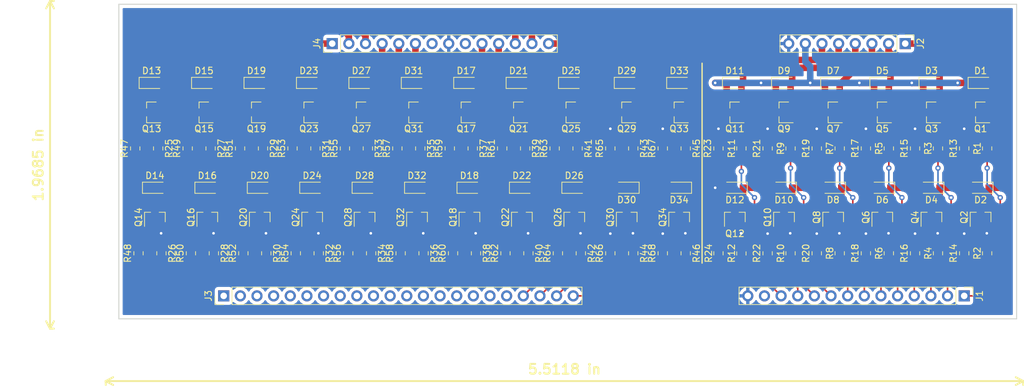
<source format=kicad_pcb>
(kicad_pcb (version 20171130) (host pcbnew "(5.0.1)-3")
  (layers (0 F.Cu signal) (31 B.Cu signal) (34 B.Paste user) (35 F.Paste user) (36 B.SilkS user) (37 F.SilkS user) (38 B.Mask user) (39 F.Mask user) (44 Edge.Cuts user))
  (net 0 "")
  (net 1 GND)
  (net 2 moteur_c_1_b)
  (net 3 moteur_c_2_b)
  (net 4 moteur_c_3_b)
  (net 5 moteur_c_4_b)
  (net 6 moteur_c_5_b)
  (net 7 moteur_g_1_b)
  (net 8 moteur_d_1_b)
  (net 9 moteur_g_2_b)
  (net 10 moteur_d_2_b)
  (net 11 moteur_g_3_b)
  (net 12 moteur_d_3_b)
  (net 13 moteur_g_4_b)
  (net 14 moteur_d_4_b)
  (net 15 moteur_g_5_b)
  (net 16 moteur_d_5_b)
  (net 17 "Net-(J1-Pad2)")
  (net 18 "Net-(J1-Pad3)")
  (net 19 "Net-(J1-Pad4)")
  (net 20 ch)
  (net 21 cb)
  (net 22 c1h)
  (net 23 c1b)
  (net 24 c2h)
  (net 25 c2b)
  (net 26 c3h)
  (net 27 c3b)
  (net 28 c4h)
  (net 29 c4b)
  (net 30 c5h)
  (net 31 c5b)
  (net 32 sh)
  (net 33 sb)
  (net 34 g1h)
  (net 35 g1b)
  (net 36 d1h)
  (net 37 d1b)
  (net 38 g2h)
  (net 39 g2b)
  (net 40 d2h)
  (net 41 d2b)
  (net 42 g3h)
  (net 43 g3b)
  (net 44 d3h)
  (net 45 d3b)
  (net 46 g4h)
  (net 47 g4b)
  (net 48 d4h)
  (net 49 d4b)
  (net 50 g5h)
  (net 51 g5b)
  (net 52 d5h)
  (net 53 d5b)
  (net 54 moteur_c_a)
  (net 55 moteur_s_a)
  (net 56 "Net-(J1-Pad1)")
  (net 57 "Net-(J1-Pad5)")
  (net 58 "Net-(J1-Pad6)")
  (net 59 "Net-(J1-Pad7)")
  (net 60 "Net-(J1-Pad8)")
  (net 61 "Net-(J1-Pad9)")
  (net 62 "Net-(J1-Pad10)")
  (net 63 "Net-(J1-Pad11)")
  (net 64 "Net-(J1-Pad12)")
  (net 65 +6V)
  (net 66 "Net-(J3-Pad1)")
  (net 67 "Net-(J3-Pad2)")
  (net 68 "Net-(J3-Pad3)")
  (net 69 "Net-(J3-Pad4)")
  (net 70 "Net-(J3-Pad5)")
  (net 71 "Net-(J3-Pad6)")
  (net 72 "Net-(J3-Pad7)")
  (net 73 "Net-(J3-Pad8)")
  (net 74 "Net-(J3-Pad9)")
  (net 75 "Net-(J3-Pad10)")
  (net 76 "Net-(J3-Pad11)")
  (net 77 "Net-(J3-Pad12)")
  (net 78 "Net-(J3-Pad13)")
  (net 79 "Net-(J3-Pad14)")
  (net 80 "Net-(J3-Pad15)")
  (net 81 "Net-(J3-Pad16)")
  (net 82 "Net-(J3-Pad17)")
  (net 83 "Net-(J3-Pad18)")
  (net 84 "Net-(J3-Pad19)")
  (net 85 "Net-(J3-Pad20)")
  (net 86 "Net-(J3-Pad21)")
  (net 87 "Net-(J3-Pad22)")
  (net 88 +7.5V)
  (net 89 "Net-(J1-Pad13)")
  (net 90 "Net-(J4-Pad9)")
  (module Diode_SMD:D_SOD-323_HandSoldering (layer F.Cu) (at 197 99.5)
    (fp_text reference D1 (at 0 -1.85) (layer F.SilkS))
    (fp_text value 1N4148)
    (pad 2 smd rect (at 1.25 0) (size 1 1) (layers F.Cu F.Paste F.Mask) (net 54 moteur_c_a))
    (pad 1 smd rect (at -1.25 0) (size 1 1) (layers F.Cu F.Paste F.Mask) (net 65 +6V))
  )
  (module Diode_SMD:D_SOD-323_HandSoldering (layer F.Cu) (at 197 115.5 180)
    (fp_text reference D2 (at 0 -1.85 180) (layer F.SilkS))
    (fp_text value 1N4148)
    (pad 1 smd rect (at -1.25 0 180) (size 1 1) (layers F.Cu F.Paste F.Mask) (net 54 moteur_c_a))
    (pad 2 smd rect (at 1.25 0 180) (size 1 1) (layers F.Cu F.Paste F.Mask) (net 1 GND))
  )
  (module Diode_SMD:D_SOD-323_HandSoldering (layer F.Cu) (at 189.5 99.5)
    (fp_text reference D3 (at 0 -1.85) (layer F.SilkS))
    (fp_text value 1N4148)
    (pad 1 smd rect (at -1.25 0) (size 1 1) (layers F.Cu F.Paste F.Mask) (net 65 +6V))
    (pad 2 smd rect (at 1.25 0) (size 1 1) (layers F.Cu F.Paste F.Mask) (net 2 moteur_c_1_b))
  )
  (module Diode_SMD:D_SOD-323_HandSoldering (layer F.Cu) (at 189.5 115.5 180)
    (fp_text reference D4 (at 0 -1.85 180) (layer F.SilkS))
    (fp_text value 1N4148)
    (pad 2 smd rect (at 1.25 0 180) (size 1 1) (layers F.Cu F.Paste F.Mask) (net 1 GND))
    (pad 1 smd rect (at -1.25 0 180) (size 1 1) (layers F.Cu F.Paste F.Mask) (net 2 moteur_c_1_b))
  )
  (module Diode_SMD:D_SOD-323_HandSoldering (layer F.Cu) (at 182 99.5)
    (fp_text reference D5 (at 0 -1.85) (layer F.SilkS))
    (fp_text value 1N4148)
    (pad 2 smd rect (at 1.25 0) (size 1 1) (layers F.Cu F.Paste F.Mask) (net 3 moteur_c_2_b))
    (pad 1 smd rect (at -1.25 0) (size 1 1) (layers F.Cu F.Paste F.Mask) (net 65 +6V))
  )
  (module Diode_SMD:D_SOD-323_HandSoldering (layer F.Cu) (at 182 115.5 180)
    (fp_text reference D6 (at 0 -1.85 180) (layer F.SilkS))
    (fp_text value 1N4148)
    (pad 1 smd rect (at -1.25 0 180) (size 1 1) (layers F.Cu F.Paste F.Mask) (net 3 moteur_c_2_b))
    (pad 2 smd rect (at 1.25 0 180) (size 1 1) (layers F.Cu F.Paste F.Mask) (net 1 GND))
  )
  (module Diode_SMD:D_SOD-323_HandSoldering (layer F.Cu) (at 174.5 99.5)
    (fp_text reference D7 (at 0 -1.85) (layer F.SilkS))
    (fp_text value 1N4148)
    (pad 1 smd rect (at -1.25 0) (size 1 1) (layers F.Cu F.Paste F.Mask) (net 65 +6V))
    (pad 2 smd rect (at 1.25 0) (size 1 1) (layers F.Cu F.Paste F.Mask) (net 4 moteur_c_3_b))
  )
  (module Diode_SMD:D_SOD-323_HandSoldering (layer F.Cu) (at 174.5 115.5 180)
    (fp_text reference D8 (at 0 -1.85 180) (layer F.SilkS))
    (fp_text value 1N4148)
    (pad 2 smd rect (at 1.25 0 180) (size 1 1) (layers F.Cu F.Paste F.Mask) (net 1 GND))
    (pad 1 smd rect (at -1.25 0 180) (size 1 1) (layers F.Cu F.Paste F.Mask) (net 4 moteur_c_3_b))
  )
  (module Diode_SMD:D_SOD-323_HandSoldering (layer F.Cu) (at 167 99.5)
    (fp_text reference D9 (at 0 -1.85) (layer F.SilkS))
    (fp_text value 1N4148)
    (pad 2 smd rect (at 1.25 0) (size 1 1) (layers F.Cu F.Paste F.Mask) (net 5 moteur_c_4_b))
    (pad 1 smd rect (at -1.25 0) (size 1 1) (layers F.Cu F.Paste F.Mask) (net 65 +6V))
  )
  (module Diode_SMD:D_SOD-323_HandSoldering (layer F.Cu) (at 167 115.5 180)
    (fp_text reference D10 (at 0 -1.85 180) (layer F.SilkS))
    (fp_text value 1N4148)
    (pad 1 smd rect (at -1.25 0 180) (size 1 1) (layers F.Cu F.Paste F.Mask) (net 5 moteur_c_4_b))
    (pad 2 smd rect (at 1.25 0 180) (size 1 1) (layers F.Cu F.Paste F.Mask) (net 1 GND))
  )
  (module Diode_SMD:D_SOD-323_HandSoldering (layer F.Cu) (at 159.5 99.5)
    (fp_text reference D11 (at 0 -1.85) (layer F.SilkS))
    (fp_text value 1N4148)
    (pad 1 smd rect (at -1.25 0) (size 1 1) (layers F.Cu F.Paste F.Mask) (net 65 +6V))
    (pad 2 smd rect (at 1.25 0) (size 1 1) (layers F.Cu F.Paste F.Mask) (net 6 moteur_c_5_b))
  )
  (module Diode_SMD:D_SOD-323_HandSoldering (layer F.Cu) (at 159.5 115.5 180)
    (fp_text reference D12 (at 0 -1.85 180) (layer F.SilkS))
    (fp_text value 1N4148)
    (pad 2 smd rect (at 1.25 0 180) (size 1 1) (layers F.Cu F.Paste F.Mask) (net 1 GND))
    (pad 1 smd rect (at -1.25 0 180) (size 1 1) (layers F.Cu F.Paste F.Mask) (net 6 moteur_c_5_b))
  )
  (module Diode_SMD:D_SOD-323_HandSoldering (layer F.Cu) (at 70.5 99.5)
    (fp_text reference D13 (at 0 -1.85) (layer F.SilkS))
    (fp_text value 1N4148)
    (pad 2 smd rect (at 1.25 0) (size 1 1) (layers F.Cu F.Paste F.Mask) (net 55 moteur_s_a))
    (pad 1 smd rect (at -1.25 0) (size 1 1) (layers F.Cu F.Paste F.Mask) (net 88 +7.5V))
  )
  (module Diode_SMD:D_SOD-323_HandSoldering (layer F.Cu) (at 71 115.5)
    (fp_text reference D14 (at 0 -1.85) (layer F.SilkS))
    (fp_text value 1N4148)
    (pad 1 smd rect (at -1.25 0) (size 1 1) (layers F.Cu F.Paste F.Mask) (net 55 moteur_s_a))
    (pad 2 smd rect (at 1.25 0) (size 1 1) (layers F.Cu F.Paste F.Mask) (net 1 GND))
  )
  (module Diode_SMD:D_SOD-323_HandSoldering (layer F.Cu) (at 78.5 99.5)
    (fp_text reference D15 (at 0 -1.85) (layer F.SilkS))
    (fp_text value 1N4148)
    (pad 1 smd rect (at -1.25 0) (size 1 1) (layers F.Cu F.Paste F.Mask) (net 88 +7.5V))
    (pad 2 smd rect (at 1.25 0) (size 1 1) (layers F.Cu F.Paste F.Mask) (net 7 moteur_g_1_b))
  )
  (module Diode_SMD:D_SOD-323_HandSoldering (layer F.Cu) (at 79 115.5)
    (fp_text reference D16 (at 0 -1.85) (layer F.SilkS))
    (fp_text value 1N4148)
    (pad 2 smd rect (at 1.25 0) (size 1 1) (layers F.Cu F.Paste F.Mask) (net 1 GND))
    (pad 1 smd rect (at -1.25 0) (size 1 1) (layers F.Cu F.Paste F.Mask) (net 7 moteur_g_1_b))
  )
  (module Diode_SMD:D_SOD-323_HandSoldering (layer F.Cu) (at 118.5 99.5)
    (fp_text reference D17 (at 0 -1.85) (layer F.SilkS))
    (fp_text value 1N4148)
    (pad 1 smd rect (at -1.25 0) (size 1 1) (layers F.Cu F.Paste F.Mask) (net 88 +7.5V))
    (pad 2 smd rect (at 1.25 0) (size 1 1) (layers F.Cu F.Paste F.Mask) (net 8 moteur_d_1_b))
  )
  (module Diode_SMD:D_SOD-323_HandSoldering (layer F.Cu) (at 119 115.5)
    (fp_text reference D18 (at 0 -1.85) (layer F.SilkS))
    (fp_text value 1N4148)
    (pad 2 smd rect (at 1.25 0) (size 1 1) (layers F.Cu F.Paste F.Mask) (net 1 GND))
    (pad 1 smd rect (at -1.25 0) (size 1 1) (layers F.Cu F.Paste F.Mask) (net 8 moteur_d_1_b))
  )
  (module Diode_SMD:D_SOD-323_HandSoldering (layer F.Cu) (at 86.5 99.5)
    (fp_text reference D19 (at 0 -1.85) (layer F.SilkS))
    (fp_text value 1N4148)
    (pad 2 smd rect (at 1.25 0) (size 1 1) (layers F.Cu F.Paste F.Mask) (net 9 moteur_g_2_b))
    (pad 1 smd rect (at -1.25 0) (size 1 1) (layers F.Cu F.Paste F.Mask) (net 88 +7.5V))
  )
  (module Diode_SMD:D_SOD-323_HandSoldering (layer F.Cu) (at 87 115.5)
    (fp_text reference D20 (at 0 -1.85) (layer F.SilkS))
    (fp_text value 1N4148)
    (pad 1 smd rect (at -1.25 0) (size 1 1) (layers F.Cu F.Paste F.Mask) (net 9 moteur_g_2_b))
    (pad 2 smd rect (at 1.25 0) (size 1 1) (layers F.Cu F.Paste F.Mask) (net 1 GND))
  )
  (module Diode_SMD:D_SOD-323_HandSoldering (layer F.Cu) (at 126.5 99.5)
    (fp_text reference D21 (at 0 -1.85) (layer F.SilkS))
    (fp_text value 1N4148)
    (pad 2 smd rect (at 1.25 0) (size 1 1) (layers F.Cu F.Paste F.Mask) (net 10 moteur_d_2_b))
    (pad 1 smd rect (at -1.25 0) (size 1 1) (layers F.Cu F.Paste F.Mask) (net 88 +7.5V))
  )
  (module Diode_SMD:D_SOD-323_HandSoldering (layer F.Cu) (at 127 115.5)
    (fp_text reference D22 (at 0 -1.85) (layer F.SilkS))
    (fp_text value 1N4148)
    (pad 1 smd rect (at -1.25 0) (size 1 1) (layers F.Cu F.Paste F.Mask) (net 10 moteur_d_2_b))
    (pad 2 smd rect (at 1.25 0) (size 1 1) (layers F.Cu F.Paste F.Mask) (net 1 GND))
  )
  (module Diode_SMD:D_SOD-323_HandSoldering (layer F.Cu) (at 94.5 99.5)
    (fp_text reference D23 (at 0 -1.85) (layer F.SilkS))
    (fp_text value 1N4148)
    (pad 1 smd rect (at -1.25 0) (size 1 1) (layers F.Cu F.Paste F.Mask) (net 88 +7.5V))
    (pad 2 smd rect (at 1.25 0) (size 1 1) (layers F.Cu F.Paste F.Mask) (net 11 moteur_g_3_b))
  )
  (module Diode_SMD:D_SOD-323_HandSoldering (layer F.Cu) (at 95 115.5)
    (fp_text reference D24 (at 0 -1.85) (layer F.SilkS))
    (fp_text value 1N4148)
    (pad 2 smd rect (at 1.25 0) (size 1 1) (layers F.Cu F.Paste F.Mask) (net 1 GND))
    (pad 1 smd rect (at -1.25 0) (size 1 1) (layers F.Cu F.Paste F.Mask) (net 11 moteur_g_3_b))
  )
  (module Diode_SMD:D_SOD-323_HandSoldering (layer F.Cu) (at 134.5 99.5)
    (fp_text reference D25 (at 0 -1.85) (layer F.SilkS))
    (fp_text value 1N4148)
    (pad 1 smd rect (at -1.25 0) (size 1 1) (layers F.Cu F.Paste F.Mask) (net 88 +7.5V))
    (pad 2 smd rect (at 1.25 0) (size 1 1) (layers F.Cu F.Paste F.Mask) (net 12 moteur_d_3_b))
  )
  (module Diode_SMD:D_SOD-323_HandSoldering (layer F.Cu) (at 135 115.5)
    (fp_text reference D26 (at 0 -1.85) (layer F.SilkS))
    (fp_text value 1N4148)
    (pad 2 smd rect (at 1.25 0) (size 1 1) (layers F.Cu F.Paste F.Mask) (net 1 GND))
    (pad 1 smd rect (at -1.25 0) (size 1 1) (layers F.Cu F.Paste F.Mask) (net 12 moteur_d_3_b))
  )
  (module Diode_SMD:D_SOD-323_HandSoldering (layer F.Cu) (at 102.5 99.5)
    (fp_text reference D27 (at 0 -1.85) (layer F.SilkS))
    (fp_text value 1N4148)
    (pad 2 smd rect (at 1.25 0) (size 1 1) (layers F.Cu F.Paste F.Mask) (net 13 moteur_g_4_b))
    (pad 1 smd rect (at -1.25 0) (size 1 1) (layers F.Cu F.Paste F.Mask) (net 88 +7.5V))
  )
  (module Diode_SMD:D_SOD-323_HandSoldering (layer F.Cu) (at 103 115.5)
    (fp_text reference D28 (at 0 -1.85) (layer F.SilkS))
    (fp_text value 1N4148)
    (pad 1 smd rect (at -1.25 0) (size 1 1) (layers F.Cu F.Paste F.Mask) (net 13 moteur_g_4_b))
    (pad 2 smd rect (at 1.25 0) (size 1 1) (layers F.Cu F.Paste F.Mask) (net 1 GND))
  )
  (module Diode_SMD:D_SOD-323_HandSoldering (layer F.Cu) (at 143 99.5)
    (fp_text reference D29 (at 0 -1.85) (layer F.SilkS))
    (fp_text value 1N4148)
    (pad 2 smd rect (at 1.25 0) (size 1 1) (layers F.Cu F.Paste F.Mask) (net 14 moteur_d_4_b))
    (pad 1 smd rect (at -1.25 0) (size 1 1) (layers F.Cu F.Paste F.Mask) (net 88 +7.5V))
  )
  (module Diode_SMD:D_SOD-323_HandSoldering (layer F.Cu) (at 143 115.5 180)
    (fp_text reference D30 (at 0 -1.85 180) (layer F.SilkS))
    (fp_text value 1N4148)
    (pad 1 smd rect (at -1.25 0 180) (size 1 1) (layers F.Cu F.Paste F.Mask) (net 14 moteur_d_4_b))
    (pad 2 smd rect (at 1.25 0 180) (size 1 1) (layers F.Cu F.Paste F.Mask) (net 1 GND))
  )
  (module Diode_SMD:D_SOD-323_HandSoldering (layer F.Cu) (at 110.5 99.5)
    (fp_text reference D31 (at 0 -1.85) (layer F.SilkS))
    (fp_text value 1N4148)
    (pad 1 smd rect (at -1.25 0) (size 1 1) (layers F.Cu F.Paste F.Mask) (net 88 +7.5V))
    (pad 2 smd rect (at 1.25 0) (size 1 1) (layers F.Cu F.Paste F.Mask) (net 15 moteur_g_5_b))
  )
  (module Diode_SMD:D_SOD-323_HandSoldering (layer F.Cu) (at 111 115.5)
    (fp_text reference D32 (at 0 -1.85) (layer F.SilkS))
    (fp_text value 1N4148)
    (pad 2 smd rect (at 1.25 0) (size 1 1) (layers F.Cu F.Paste F.Mask) (net 1 GND))
    (pad 1 smd rect (at -1.25 0) (size 1 1) (layers F.Cu F.Paste F.Mask) (net 15 moteur_g_5_b))
  )
  (module Diode_SMD:D_SOD-323_HandSoldering (layer F.Cu) (at 151 99.5)
    (fp_text reference D33 (at 0 -1.85) (layer F.SilkS))
    (fp_text value 1N4148)
    (pad 1 smd rect (at -1.25 0) (size 1 1) (layers F.Cu F.Paste F.Mask) (net 88 +7.5V))
    (pad 2 smd rect (at 1.25 0) (size 1 1) (layers F.Cu F.Paste F.Mask) (net 16 moteur_d_5_b))
  )
  (module Diode_SMD:D_SOD-323_HandSoldering (layer F.Cu) (at 151 115.5 180)
    (fp_text reference D34 (at 0 -1.85 180) (layer F.SilkS))
    (fp_text value 1N4148)
    (pad 2 smd rect (at 1.25 0 180) (size 1 1) (layers F.Cu F.Paste F.Mask) (net 1 GND))
    (pad 1 smd rect (at -1.25 0 180) (size 1 1) (layers F.Cu F.Paste F.Mask) (net 16 moteur_d_5_b))
  )
  (module Connector_PinHeader_2.54mm:PinHeader_1x14_P2.54mm_Vertical (layer F.Cu) (at 194.5 132 270)
    (fp_text reference J1 (at 0 -2.33 270) (layer F.SilkS))
    (fp_text value Conn_01x14_Male)
    (pad 1 thru_hole rect (at 0 0 270) (size 1.7 1.7) (drill 1) (layers *.Cu *.Mask) (net 56 "Net-(J1-Pad1)"))
    (pad 2 thru_hole oval (at 0 2.54 270) (size 1.7 1.7) (drill 1) (layers *.Cu *.Mask) (net 17 "Net-(J1-Pad2)"))
    (pad 3 thru_hole oval (at 0 5.08 270) (size 1.7 1.7) (drill 1) (layers *.Cu *.Mask) (net 18 "Net-(J1-Pad3)"))
    (pad 4 thru_hole oval (at 0 7.62 270) (size 1.7 1.7) (drill 1) (layers *.Cu *.Mask) (net 19 "Net-(J1-Pad4)"))
    (pad 5 thru_hole oval (at 0 10.16 270) (size 1.7 1.7) (drill 1) (layers *.Cu *.Mask) (net 57 "Net-(J1-Pad5)"))
    (pad 6 thru_hole oval (at 0 12.7 270) (size 1.7 1.7) (drill 1) (layers *.Cu *.Mask) (net 58 "Net-(J1-Pad6)"))
    (pad 7 thru_hole oval (at 0 15.24 270) (size 1.7 1.7) (drill 1) (layers *.Cu *.Mask) (net 59 "Net-(J1-Pad7)"))
    (pad 8 thru_hole oval (at 0 17.78 270) (size 1.7 1.7) (drill 1) (layers *.Cu *.Mask) (net 60 "Net-(J1-Pad8)"))
    (pad 9 thru_hole oval (at 0 20.32 270) (size 1.7 1.7) (drill 1) (layers *.Cu *.Mask) (net 61 "Net-(J1-Pad9)"))
    (pad 10 thru_hole oval (at 0 22.86 270) (size 1.7 1.7) (drill 1) (layers *.Cu *.Mask) (net 62 "Net-(J1-Pad10)"))
    (pad 11 thru_hole oval (at 0 25.4 270) (size 1.7 1.7) (drill 1) (layers *.Cu *.Mask) (net 63 "Net-(J1-Pad11)"))
    (pad 12 thru_hole oval (at 0 27.94 270) (size 1.7 1.7) (drill 1) (layers *.Cu *.Mask) (net 64 "Net-(J1-Pad12)"))
    (pad 13 thru_hole oval (at 0 30.48 270) (size 1.7 1.7) (drill 1) (layers *.Cu *.Mask) (net 89 "Net-(J1-Pad13)"))
    (pad 14 thru_hole oval (at 0 33.02 270) (size 1.7 1.7) (drill 1) (layers *.Cu *.Mask) (net 1 GND))
  )
  (module Connector_PinHeader_2.54mm:PinHeader_1x08_P2.54mm_Vertical (layer F.Cu) (at 185.5 93.5 270)
    (fp_text reference J2 (at 0 -2.33 270) (layer F.SilkS))
    (fp_text value Conn_01x08_Male)
    (pad 1 thru_hole rect (at 0 0 270) (size 1.7 1.7) (drill 1) (layers *.Cu *.Mask) (net 54 moteur_c_a))
    (pad 2 thru_hole oval (at 0 2.54 270) (size 1.7 1.7) (drill 1) (layers *.Cu *.Mask) (net 2 moteur_c_1_b))
    (pad 3 thru_hole oval (at 0 5.08 270) (size 1.7 1.7) (drill 1) (layers *.Cu *.Mask) (net 3 moteur_c_2_b))
    (pad 4 thru_hole oval (at 0 7.62 270) (size 1.7 1.7) (drill 1) (layers *.Cu *.Mask) (net 4 moteur_c_3_b))
    (pad 5 thru_hole oval (at 0 10.16 270) (size 1.7 1.7) (drill 1) (layers *.Cu *.Mask) (net 5 moteur_c_4_b))
    (pad 6 thru_hole oval (at 0 12.7 270) (size 1.7 1.7) (drill 1) (layers *.Cu *.Mask) (net 6 moteur_c_5_b))
    (pad 7 thru_hole oval (at 0 15.24 270) (size 1.7 1.7) (drill 1) (layers *.Cu *.Mask) (net 65 +6V))
    (pad 8 thru_hole oval (at 0 17.78 270) (size 1.7 1.7) (drill 1) (layers *.Cu *.Mask) (net 1 GND))
  )
  (module Connector_PinHeader_2.54mm:PinHeader_1x22_P2.54mm_Vertical (layer F.Cu) (at 81.5 132 90)
    (fp_text reference J3 (at 0 -2.33 90) (layer F.SilkS))
    (fp_text value Conn_01x22_Male)
    (pad 1 thru_hole rect (at 0 0 90) (size 1.7 1.7) (drill 1) (layers *.Cu *.Mask) (net 66 "Net-(J3-Pad1)"))
    (pad 2 thru_hole oval (at 0 2.54 90) (size 1.7 1.7) (drill 1) (layers *.Cu *.Mask) (net 67 "Net-(J3-Pad2)"))
    (pad 3 thru_hole oval (at 0 5.08 90) (size 1.7 1.7) (drill 1) (layers *.Cu *.Mask) (net 68 "Net-(J3-Pad3)"))
    (pad 4 thru_hole oval (at 0 7.62 90) (size 1.7 1.7) (drill 1) (layers *.Cu *.Mask) (net 69 "Net-(J3-Pad4)"))
    (pad 5 thru_hole oval (at 0 10.16 90) (size 1.7 1.7) (drill 1) (layers *.Cu *.Mask) (net 70 "Net-(J3-Pad5)"))
    (pad 6 thru_hole oval (at 0 12.7 90) (size 1.7 1.7) (drill 1) (layers *.Cu *.Mask) (net 71 "Net-(J3-Pad6)"))
    (pad 7 thru_hole oval (at 0 15.24 90) (size 1.7 1.7) (drill 1) (layers *.Cu *.Mask) (net 72 "Net-(J3-Pad7)"))
    (pad 8 thru_hole oval (at 0 17.78 90) (size 1.7 1.7) (drill 1) (layers *.Cu *.Mask) (net 73 "Net-(J3-Pad8)"))
    (pad 9 thru_hole oval (at 0 20.32 90) (size 1.7 1.7) (drill 1) (layers *.Cu *.Mask) (net 74 "Net-(J3-Pad9)"))
    (pad 10 thru_hole oval (at 0 22.86 90) (size 1.7 1.7) (drill 1) (layers *.Cu *.Mask) (net 75 "Net-(J3-Pad10)"))
    (pad 11 thru_hole oval (at 0 25.4 90) (size 1.7 1.7) (drill 1) (layers *.Cu *.Mask) (net 76 "Net-(J3-Pad11)"))
    (pad 12 thru_hole oval (at 0 27.94 90) (size 1.7 1.7) (drill 1) (layers *.Cu *.Mask) (net 77 "Net-(J3-Pad12)"))
    (pad 13 thru_hole oval (at 0 30.48 90) (size 1.7 1.7) (drill 1) (layers *.Cu *.Mask) (net 78 "Net-(J3-Pad13)"))
    (pad 14 thru_hole oval (at 0 33.02 90) (size 1.7 1.7) (drill 1) (layers *.Cu *.Mask) (net 79 "Net-(J3-Pad14)"))
    (pad 15 thru_hole oval (at 0 35.56 90) (size 1.7 1.7) (drill 1) (layers *.Cu *.Mask) (net 80 "Net-(J3-Pad15)"))
    (pad 16 thru_hole oval (at 0 38.1 90) (size 1.7 1.7) (drill 1) (layers *.Cu *.Mask) (net 81 "Net-(J3-Pad16)"))
    (pad 17 thru_hole oval (at 0 40.64 90) (size 1.7 1.7) (drill 1) (layers *.Cu *.Mask) (net 82 "Net-(J3-Pad17)"))
    (pad 18 thru_hole oval (at 0 43.18 90) (size 1.7 1.7) (drill 1) (layers *.Cu *.Mask) (net 83 "Net-(J3-Pad18)"))
    (pad 19 thru_hole oval (at 0 45.72 90) (size 1.7 1.7) (drill 1) (layers *.Cu *.Mask) (net 84 "Net-(J3-Pad19)"))
    (pad 20 thru_hole oval (at 0 48.26 90) (size 1.7 1.7) (drill 1) (layers *.Cu *.Mask) (net 85 "Net-(J3-Pad20)"))
    (pad 21 thru_hole oval (at 0 50.8 90) (size 1.7 1.7) (drill 1) (layers *.Cu *.Mask) (net 86 "Net-(J3-Pad21)"))
    (pad 22 thru_hole oval (at 0 53.34 90) (size 1.7 1.7) (drill 1) (layers *.Cu *.Mask) (net 87 "Net-(J3-Pad22)"))
  )
  (module Connector_PinHeader_2.54mm:PinHeader_1x14_P2.54mm_Vertical (layer F.Cu) (at 98.06 93.5 90)
    (fp_text reference J4 (at 0 -2.33 90) (layer F.SilkS))
    (fp_text value Conn_01x14_Male)
    (pad 14 thru_hole oval (at 0 33.02 90) (size 1.7 1.7) (drill 1) (layers *.Cu *.Mask) (net 12 moteur_d_3_b))
    (pad 13 thru_hole oval (at 0 30.48 90) (size 1.7 1.7) (drill 1) (layers *.Cu *.Mask) (net 14 moteur_d_4_b))
    (pad 12 thru_hole oval (at 0 27.94 90) (size 1.7 1.7) (drill 1) (layers *.Cu *.Mask) (net 16 moteur_d_5_b))
    (pad 11 thru_hole oval (at 0 25.4 90) (size 1.7 1.7) (drill 1) (layers *.Cu *.Mask) (net 10 moteur_d_2_b))
    (pad 10 thru_hole oval (at 0 22.86 90) (size 1.7 1.7) (drill 1) (layers *.Cu *.Mask) (net 8 moteur_d_1_b))
    (pad 9 thru_hole oval (at 0 20.32 90) (size 1.7 1.7) (drill 1) (layers *.Cu *.Mask) (net 90 "Net-(J4-Pad9)"))
    (pad 8 thru_hole oval (at 0 17.78 90) (size 1.7 1.7) (drill 1) (layers *.Cu *.Mask) (net 1 GND))
    (pad 7 thru_hole oval (at 0 15.24 90) (size 1.7 1.7) (drill 1) (layers *.Cu *.Mask) (net 88 +7.5V))
    (pad 6 thru_hole oval (at 0 12.7 90) (size 1.7 1.7) (drill 1) (layers *.Cu *.Mask) (net 15 moteur_g_5_b))
    (pad 5 thru_hole oval (at 0 10.16 90) (size 1.7 1.7) (drill 1) (layers *.Cu *.Mask) (net 13 moteur_g_4_b))
    (pad 4 thru_hole oval (at 0 7.62 90) (size 1.7 1.7) (drill 1) (layers *.Cu *.Mask) (net 11 moteur_g_3_b))
    (pad 3 thru_hole oval (at 0 5.08 90) (size 1.7 1.7) (drill 1) (layers *.Cu *.Mask) (net 55 moteur_s_a))
    (pad 2 thru_hole oval (at 0 2.54 90) (size 1.7 1.7) (drill 1) (layers *.Cu *.Mask) (net 7 moteur_g_1_b))
    (pad 1 thru_hole rect (at 0 0 90) (size 1.7 1.7) (drill 1) (layers *.Cu *.Mask) (net 9 moteur_g_2_b))
  )
  (module Package_TO_SOT_SMD:SOT-23 (layer F.Cu) (at 197 104 180)
    (fp_text reference Q1 (at 0 -2.5 180) (layer F.SilkS))
    (fp_text value Q_NMOS_GSD)
    (pad 3 smd rect (at 1 0 180) (size 0.9 0.8) (layers F.Cu F.Paste F.Mask) (net 65 +6V))
    (pad 2 smd rect (at -1 0.95 180) (size 0.9 0.8) (layers F.Cu F.Paste F.Mask) (net 54 moteur_c_a))
    (pad 1 smd rect (at -1 -0.95 180) (size 0.9 0.8) (layers F.Cu F.Paste F.Mask) (net 20 ch))
  )
  (module Package_TO_SOT_SMD:SOT-23 (layer F.Cu) (at 197 120 90)
    (fp_text reference Q2 (at 0 -2.5 90) (layer F.SilkS))
    (fp_text value Q_NMOS_GSD)
    (pad 3 smd rect (at 1 0 90) (size 0.9 0.8) (layers F.Cu F.Paste F.Mask) (net 54 moteur_c_a))
    (pad 2 smd rect (at -1 0.95 90) (size 0.9 0.8) (layers F.Cu F.Paste F.Mask) (net 1 GND))
    (pad 1 smd rect (at -1 -0.95 90) (size 0.9 0.8) (layers F.Cu F.Paste F.Mask) (net 21 cb))
  )
  (module Package_TO_SOT_SMD:SOT-23 (layer F.Cu) (at 189.5 104 180)
    (fp_text reference Q3 (at 0 -2.5 180) (layer F.SilkS))
    (fp_text value Q_NMOS_GSD)
    (pad 1 smd rect (at -1 -0.95 180) (size 0.9 0.8) (layers F.Cu F.Paste F.Mask) (net 22 c1h))
    (pad 2 smd rect (at -1 0.95 180) (size 0.9 0.8) (layers F.Cu F.Paste F.Mask) (net 2 moteur_c_1_b))
    (pad 3 smd rect (at 1 0 180) (size 0.9 0.8) (layers F.Cu F.Paste F.Mask) (net 65 +6V))
  )
  (module Package_TO_SOT_SMD:SOT-23 (layer F.Cu) (at 189.5 120 90)
    (fp_text reference Q4 (at 0 -2.5 90) (layer F.SilkS))
    (fp_text value Q_NMOS_GSD)
    (pad 1 smd rect (at -1 -0.95 90) (size 0.9 0.8) (layers F.Cu F.Paste F.Mask) (net 23 c1b))
    (pad 2 smd rect (at -1 0.95 90) (size 0.9 0.8) (layers F.Cu F.Paste F.Mask) (net 1 GND))
    (pad 3 smd rect (at 1 0 90) (size 0.9 0.8) (layers F.Cu F.Paste F.Mask) (net 2 moteur_c_1_b))
  )
  (module Package_TO_SOT_SMD:SOT-23 (layer F.Cu) (at 182 104 180)
    (fp_text reference Q5 (at 0 -2.5 180) (layer F.SilkS))
    (fp_text value Q_NMOS_GSD)
    (pad 1 smd rect (at -1 -0.95 180) (size 0.9 0.8) (layers F.Cu F.Paste F.Mask) (net 24 c2h))
    (pad 2 smd rect (at -1 0.95 180) (size 0.9 0.8) (layers F.Cu F.Paste F.Mask) (net 3 moteur_c_2_b))
    (pad 3 smd rect (at 1 0 180) (size 0.9 0.8) (layers F.Cu F.Paste F.Mask) (net 65 +6V))
  )
  (module Package_TO_SOT_SMD:SOT-23 (layer F.Cu) (at 182 120 90)
    (fp_text reference Q6 (at 0 -2.5 90) (layer F.SilkS))
    (fp_text value Q_NMOS_GSD)
    (pad 3 smd rect (at 1 0 90) (size 0.9 0.8) (layers F.Cu F.Paste F.Mask) (net 3 moteur_c_2_b))
    (pad 2 smd rect (at -1 0.95 90) (size 0.9 0.8) (layers F.Cu F.Paste F.Mask) (net 1 GND))
    (pad 1 smd rect (at -1 -0.95 90) (size 0.9 0.8) (layers F.Cu F.Paste F.Mask) (net 25 c2b))
  )
  (module Package_TO_SOT_SMD:SOT-23 (layer F.Cu) (at 174.5 104 180)
    (fp_text reference Q7 (at 0 -2.5 180) (layer F.SilkS))
    (fp_text value Q_NMOS_GSD)
    (pad 3 smd rect (at 1 0 180) (size 0.9 0.8) (layers F.Cu F.Paste F.Mask) (net 65 +6V))
    (pad 2 smd rect (at -1 0.95 180) (size 0.9 0.8) (layers F.Cu F.Paste F.Mask) (net 4 moteur_c_3_b))
    (pad 1 smd rect (at -1 -0.95 180) (size 0.9 0.8) (layers F.Cu F.Paste F.Mask) (net 26 c3h))
  )
  (module Package_TO_SOT_SMD:SOT-23 (layer F.Cu) (at 174.5 120 90)
    (fp_text reference Q8 (at 0 -2.5 90) (layer F.SilkS))
    (fp_text value Q_NMOS_GSD)
    (pad 1 smd rect (at -1 -0.95 90) (size 0.9 0.8) (layers F.Cu F.Paste F.Mask) (net 27 c3b))
    (pad 2 smd rect (at -1 0.95 90) (size 0.9 0.8) (layers F.Cu F.Paste F.Mask) (net 1 GND))
    (pad 3 smd rect (at 1 0 90) (size 0.9 0.8) (layers F.Cu F.Paste F.Mask) (net 4 moteur_c_3_b))
  )
  (module Package_TO_SOT_SMD:SOT-23 (layer F.Cu) (at 167 104 180)
    (fp_text reference Q9 (at 0 -2.5 180) (layer F.SilkS))
    (fp_text value Q_NMOS_GSD)
    (pad 1 smd rect (at -1 -0.95 180) (size 0.9 0.8) (layers F.Cu F.Paste F.Mask) (net 28 c4h))
    (pad 2 smd rect (at -1 0.95 180) (size 0.9 0.8) (layers F.Cu F.Paste F.Mask) (net 5 moteur_c_4_b))
    (pad 3 smd rect (at 1 0 180) (size 0.9 0.8) (layers F.Cu F.Paste F.Mask) (net 65 +6V))
  )
  (module Package_TO_SOT_SMD:SOT-23 (layer F.Cu) (at 167 120 90)
    (fp_text reference Q10 (at 0 -2.5 90) (layer F.SilkS))
    (fp_text value Q_NMOS_GSD)
    (pad 3 smd rect (at 1 0 90) (size 0.9 0.8) (layers F.Cu F.Paste F.Mask) (net 5 moteur_c_4_b))
    (pad 2 smd rect (at -1 0.95 90) (size 0.9 0.8) (layers F.Cu F.Paste F.Mask) (net 1 GND))
    (pad 1 smd rect (at -1 -0.95 90) (size 0.9 0.8) (layers F.Cu F.Paste F.Mask) (net 29 c4b))
  )
  (module Package_TO_SOT_SMD:SOT-23 (layer F.Cu) (at 159.5 104 180)
    (fp_text reference Q11 (at 0 -2.5 180) (layer F.SilkS))
    (fp_text value Q_NMOS_GSD)
    (pad 3 smd rect (at 1 0 180) (size 0.9 0.8) (layers F.Cu F.Paste F.Mask) (net 65 +6V))
    (pad 2 smd rect (at -1 0.95 180) (size 0.9 0.8) (layers F.Cu F.Paste F.Mask) (net 6 moteur_c_5_b))
    (pad 1 smd rect (at -1 -0.95 180) (size 0.9 0.8) (layers F.Cu F.Paste F.Mask) (net 30 c5h))
  )
  (module Package_TO_SOT_SMD:SOT-23 (layer F.Cu) (at 159.5 120 90)
    (fp_text reference Q12 (at -2.5 0 180) (layer F.SilkS))
    (fp_text value Q_NMOS_GSD)
    (pad 3 smd rect (at 1 0 90) (size 0.9 0.8) (layers F.Cu F.Paste F.Mask) (net 6 moteur_c_5_b))
    (pad 2 smd rect (at -1 0.95 90) (size 0.9 0.8) (layers F.Cu F.Paste F.Mask) (net 1 GND))
    (pad 1 smd rect (at -1 -0.95 90) (size 0.9 0.8) (layers F.Cu F.Paste F.Mask) (net 31 c5b))
  )
  (module Package_TO_SOT_SMD:SOT-23 (layer F.Cu) (at 70.5 104 180)
    (fp_text reference Q13 (at 0 -2.5 180) (layer F.SilkS))
    (fp_text value Q_NMOS_GSD)
    (pad 3 smd rect (at 1 0 180) (size 0.9 0.8) (layers F.Cu F.Paste F.Mask) (net 88 +7.5V))
    (pad 2 smd rect (at -1 0.95 180) (size 0.9 0.8) (layers F.Cu F.Paste F.Mask) (net 55 moteur_s_a))
    (pad 1 smd rect (at -1 -0.95 180) (size 0.9 0.8) (layers F.Cu F.Paste F.Mask) (net 32 sh))
  )
  (module Package_TO_SOT_SMD:SOT-23 (layer F.Cu) (at 71 120 90)
    (fp_text reference Q14 (at 0 -2.5 90) (layer F.SilkS))
    (fp_text value Q_NMOS_GSD)
    (pad 3 smd rect (at 1 0 90) (size 0.9 0.8) (layers F.Cu F.Paste F.Mask) (net 55 moteur_s_a))
    (pad 2 smd rect (at -1 0.95 90) (size 0.9 0.8) (layers F.Cu F.Paste F.Mask) (net 1 GND))
    (pad 1 smd rect (at -1 -0.95 90) (size 0.9 0.8) (layers F.Cu F.Paste F.Mask) (net 33 sb))
  )
  (module Package_TO_SOT_SMD:SOT-23 (layer F.Cu) (at 78.5 104 180)
    (fp_text reference Q15 (at 0 -2.5 180) (layer F.SilkS))
    (fp_text value Q_NMOS_GSD)
    (pad 1 smd rect (at -1 -0.95 180) (size 0.9 0.8) (layers F.Cu F.Paste F.Mask) (net 34 g1h))
    (pad 2 smd rect (at -1 0.95 180) (size 0.9 0.8) (layers F.Cu F.Paste F.Mask) (net 7 moteur_g_1_b))
    (pad 3 smd rect (at 1 0 180) (size 0.9 0.8) (layers F.Cu F.Paste F.Mask) (net 88 +7.5V))
  )
  (module Package_TO_SOT_SMD:SOT-23 (layer F.Cu) (at 79 120 90)
    (fp_text reference Q16 (at 0 -2.5 90) (layer F.SilkS))
    (fp_text value Q_NMOS_GSD)
    (pad 3 smd rect (at 1 0 90) (size 0.9 0.8) (layers F.Cu F.Paste F.Mask) (net 7 moteur_g_1_b))
    (pad 2 smd rect (at -1 0.95 90) (size 0.9 0.8) (layers F.Cu F.Paste F.Mask) (net 1 GND))
    (pad 1 smd rect (at -1 -0.95 90) (size 0.9 0.8) (layers F.Cu F.Paste F.Mask) (net 35 g1b))
  )
  (module Package_TO_SOT_SMD:SOT-23 (layer F.Cu) (at 118.5 104 180)
    (fp_text reference Q17 (at 0 -2.5 180) (layer F.SilkS))
    (fp_text value Q_NMOS_GSD)
    (pad 1 smd rect (at -1 -0.95 180) (size 0.9 0.8) (layers F.Cu F.Paste F.Mask) (net 36 d1h))
    (pad 2 smd rect (at -1 0.95 180) (size 0.9 0.8) (layers F.Cu F.Paste F.Mask) (net 8 moteur_d_1_b))
    (pad 3 smd rect (at 1 0 180) (size 0.9 0.8) (layers F.Cu F.Paste F.Mask) (net 88 +7.5V))
  )
  (module Package_TO_SOT_SMD:SOT-23 (layer F.Cu) (at 119 120 90)
    (fp_text reference Q18 (at 0 -2.5 90) (layer F.SilkS))
    (fp_text value Q_NMOS_GSD)
    (pad 1 smd rect (at -1 -0.95 90) (size 0.9 0.8) (layers F.Cu F.Paste F.Mask) (net 37 d1b))
    (pad 2 smd rect (at -1 0.95 90) (size 0.9 0.8) (layers F.Cu F.Paste F.Mask) (net 1 GND))
    (pad 3 smd rect (at 1 0 90) (size 0.9 0.8) (layers F.Cu F.Paste F.Mask) (net 8 moteur_d_1_b))
  )
  (module Package_TO_SOT_SMD:SOT-23 (layer F.Cu) (at 86.5 104 180)
    (fp_text reference Q19 (at 0 -2.5 180) (layer F.SilkS))
    (fp_text value Q_NMOS_GSD)
    (pad 1 smd rect (at -1 -0.95 180) (size 0.9 0.8) (layers F.Cu F.Paste F.Mask) (net 38 g2h))
    (pad 2 smd rect (at -1 0.95 180) (size 0.9 0.8) (layers F.Cu F.Paste F.Mask) (net 9 moteur_g_2_b))
    (pad 3 smd rect (at 1 0 180) (size 0.9 0.8) (layers F.Cu F.Paste F.Mask) (net 88 +7.5V))
  )
  (module Package_TO_SOT_SMD:SOT-23 (layer F.Cu) (at 87 120 90)
    (fp_text reference Q20 (at 0 -2.5 90) (layer F.SilkS))
    (fp_text value Q_NMOS_GSD)
    (pad 1 smd rect (at -1 -0.95 90) (size 0.9 0.8) (layers F.Cu F.Paste F.Mask) (net 39 g2b))
    (pad 2 smd rect (at -1 0.95 90) (size 0.9 0.8) (layers F.Cu F.Paste F.Mask) (net 1 GND))
    (pad 3 smd rect (at 1 0 90) (size 0.9 0.8) (layers F.Cu F.Paste F.Mask) (net 9 moteur_g_2_b))
  )
  (module Package_TO_SOT_SMD:SOT-23 (layer F.Cu) (at 126.5 104 180)
    (fp_text reference Q21 (at 0 -2.5 180) (layer F.SilkS))
    (fp_text value Q_NMOS_GSD)
    (pad 1 smd rect (at -1 -0.95 180) (size 0.9 0.8) (layers F.Cu F.Paste F.Mask) (net 40 d2h))
    (pad 2 smd rect (at -1 0.95 180) (size 0.9 0.8) (layers F.Cu F.Paste F.Mask) (net 10 moteur_d_2_b))
    (pad 3 smd rect (at 1 0 180) (size 0.9 0.8) (layers F.Cu F.Paste F.Mask) (net 88 +7.5V))
  )
  (module Package_TO_SOT_SMD:SOT-23 (layer F.Cu) (at 127 120 90)
    (fp_text reference Q22 (at 0 -2.5 90) (layer F.SilkS))
    (fp_text value Q_NMOS_GSD)
    (pad 3 smd rect (at 1 0 90) (size 0.9 0.8) (layers F.Cu F.Paste F.Mask) (net 10 moteur_d_2_b))
    (pad 2 smd rect (at -1 0.95 90) (size 0.9 0.8) (layers F.Cu F.Paste F.Mask) (net 1 GND))
    (pad 1 smd rect (at -1 -0.95 90) (size 0.9 0.8) (layers F.Cu F.Paste F.Mask) (net 41 d2b))
  )
  (module Package_TO_SOT_SMD:SOT-23 (layer F.Cu) (at 94.5 104 180)
    (fp_text reference Q23 (at 0 -2.5 180) (layer F.SilkS))
    (fp_text value Q_NMOS_GSD)
    (pad 1 smd rect (at -1 -0.95 180) (size 0.9 0.8) (layers F.Cu F.Paste F.Mask) (net 42 g3h))
    (pad 2 smd rect (at -1 0.95 180) (size 0.9 0.8) (layers F.Cu F.Paste F.Mask) (net 11 moteur_g_3_b))
    (pad 3 smd rect (at 1 0 180) (size 0.9 0.8) (layers F.Cu F.Paste F.Mask) (net 88 +7.5V))
  )
  (module Package_TO_SOT_SMD:SOT-23 (layer F.Cu) (at 95 120 90)
    (fp_text reference Q24 (at 0 -2.5 90) (layer F.SilkS))
    (fp_text value Q_NMOS_GSD)
    (pad 3 smd rect (at 1 0 90) (size 0.9 0.8) (layers F.Cu F.Paste F.Mask) (net 11 moteur_g_3_b))
    (pad 2 smd rect (at -1 0.95 90) (size 0.9 0.8) (layers F.Cu F.Paste F.Mask) (net 1 GND))
    (pad 1 smd rect (at -1 -0.95 90) (size 0.9 0.8) (layers F.Cu F.Paste F.Mask) (net 43 g3b))
  )
  (module Package_TO_SOT_SMD:SOT-23 (layer F.Cu) (at 134.5 104 180)
    (fp_text reference Q25 (at 0 -2.5 180) (layer F.SilkS))
    (fp_text value Q_NMOS_GSD)
    (pad 3 smd rect (at 1 0 180) (size 0.9 0.8) (layers F.Cu F.Paste F.Mask) (net 88 +7.5V))
    (pad 2 smd rect (at -1 0.95 180) (size 0.9 0.8) (layers F.Cu F.Paste F.Mask) (net 12 moteur_d_3_b))
    (pad 1 smd rect (at -1 -0.95 180) (size 0.9 0.8) (layers F.Cu F.Paste F.Mask) (net 44 d3h))
  )
  (module Package_TO_SOT_SMD:SOT-23 (layer F.Cu) (at 135 120 90)
    (fp_text reference Q26 (at 0 -2.5 90) (layer F.SilkS))
    (fp_text value Q_NMOS_GSD)
    (pad 1 smd rect (at -1 -0.95 90) (size 0.9 0.8) (layers F.Cu F.Paste F.Mask) (net 45 d3b))
    (pad 2 smd rect (at -1 0.95 90) (size 0.9 0.8) (layers F.Cu F.Paste F.Mask) (net 1 GND))
    (pad 3 smd rect (at 1 0 90) (size 0.9 0.8) (layers F.Cu F.Paste F.Mask) (net 12 moteur_d_3_b))
  )
  (module Package_TO_SOT_SMD:SOT-23 (layer F.Cu) (at 102.5 104 180)
    (fp_text reference Q27 (at 0 -2.5 180) (layer F.SilkS))
    (fp_text value Q_NMOS_GSD)
    (pad 3 smd rect (at 1 0 180) (size 0.9 0.8) (layers F.Cu F.Paste F.Mask) (net 88 +7.5V))
    (pad 2 smd rect (at -1 0.95 180) (size 0.9 0.8) (layers F.Cu F.Paste F.Mask) (net 13 moteur_g_4_b))
    (pad 1 smd rect (at -1 -0.95 180) (size 0.9 0.8) (layers F.Cu F.Paste F.Mask) (net 46 g4h))
  )
  (module Package_TO_SOT_SMD:SOT-23 (layer F.Cu) (at 103 120 90)
    (fp_text reference Q28 (at 0 -2.5 90) (layer F.SilkS))
    (fp_text value Q_NMOS_GSD)
    (pad 1 smd rect (at -1 -0.95 90) (size 0.9 0.8) (layers F.Cu F.Paste F.Mask) (net 47 g4b))
    (pad 2 smd rect (at -1 0.95 90) (size 0.9 0.8) (layers F.Cu F.Paste F.Mask) (net 1 GND))
    (pad 3 smd rect (at 1 0 90) (size 0.9 0.8) (layers F.Cu F.Paste F.Mask) (net 13 moteur_g_4_b))
  )
  (module Package_TO_SOT_SMD:SOT-23 (layer F.Cu) (at 143 104 180)
    (fp_text reference Q29 (at 0 -2.5 180) (layer F.SilkS))
    (fp_text value Q_NMOS_GSD)
    (pad 1 smd rect (at -1 -0.95 180) (size 0.9 0.8) (layers F.Cu F.Paste F.Mask) (net 48 d4h))
    (pad 2 smd rect (at -1 0.95 180) (size 0.9 0.8) (layers F.Cu F.Paste F.Mask) (net 14 moteur_d_4_b))
    (pad 3 smd rect (at 1 0 180) (size 0.9 0.8) (layers F.Cu F.Paste F.Mask) (net 88 +7.5V))
  )
  (module Package_TO_SOT_SMD:SOT-23 (layer F.Cu) (at 143 120 90)
    (fp_text reference Q30 (at 0 -2.5 90) (layer F.SilkS))
    (fp_text value Q_NMOS_GSD)
    (pad 3 smd rect (at 1 0 90) (size 0.9 0.8) (layers F.Cu F.Paste F.Mask) (net 14 moteur_d_4_b))
    (pad 2 smd rect (at -1 0.95 90) (size 0.9 0.8) (layers F.Cu F.Paste F.Mask) (net 1 GND))
    (pad 1 smd rect (at -1 -0.95 90) (size 0.9 0.8) (layers F.Cu F.Paste F.Mask) (net 49 d4b))
  )
  (module Package_TO_SOT_SMD:SOT-23 (layer F.Cu) (at 110.5 104 180)
    (fp_text reference Q31 (at 0 -2.5 180) (layer F.SilkS))
    (fp_text value Q_NMOS_GSD)
    (pad 1 smd rect (at -1 -0.95 180) (size 0.9 0.8) (layers F.Cu F.Paste F.Mask) (net 50 g5h))
    (pad 2 smd rect (at -1 0.95 180) (size 0.9 0.8) (layers F.Cu F.Paste F.Mask) (net 15 moteur_g_5_b))
    (pad 3 smd rect (at 1 0 180) (size 0.9 0.8) (layers F.Cu F.Paste F.Mask) (net 88 +7.5V))
  )
  (module Package_TO_SOT_SMD:SOT-23 (layer F.Cu) (at 111 120 90)
    (fp_text reference Q32 (at 0 -2.5 90) (layer F.SilkS))
    (fp_text value Q_NMOS_GSD)
    (pad 3 smd rect (at 1 0 90) (size 0.9 0.8) (layers F.Cu F.Paste F.Mask) (net 15 moteur_g_5_b))
    (pad 2 smd rect (at -1 0.95 90) (size 0.9 0.8) (layers F.Cu F.Paste F.Mask) (net 1 GND))
    (pad 1 smd rect (at -1 -0.95 90) (size 0.9 0.8) (layers F.Cu F.Paste F.Mask) (net 51 g5b))
  )
  (module Package_TO_SOT_SMD:SOT-23 (layer F.Cu) (at 151 104 180)
    (fp_text reference Q33 (at 0 -2.5 180) (layer F.SilkS))
    (fp_text value Q_NMOS_GSD)
    (pad 3 smd rect (at 1 0 180) (size 0.9 0.8) (layers F.Cu F.Paste F.Mask) (net 88 +7.5V))
    (pad 2 smd rect (at -1 0.95 180) (size 0.9 0.8) (layers F.Cu F.Paste F.Mask) (net 16 moteur_d_5_b))
    (pad 1 smd rect (at -1 -0.95 180) (size 0.9 0.8) (layers F.Cu F.Paste F.Mask) (net 52 d5h))
  )
  (module Package_TO_SOT_SMD:SOT-23 (layer F.Cu) (at 151 120 90)
    (fp_text reference Q34 (at 0 -2.5 90) (layer F.SilkS))
    (fp_text value Q_NMOS_GSD)
    (pad 1 smd rect (at -1 -0.95 90) (size 0.9 0.8) (layers F.Cu F.Paste F.Mask) (net 53 d5b))
    (pad 2 smd rect (at -1 0.95 90) (size 0.9 0.8) (layers F.Cu F.Paste F.Mask) (net 1 GND))
    (pad 3 smd rect (at 1 0 90) (size 0.9 0.8) (layers F.Cu F.Paste F.Mask) (net 16 moteur_d_5_b))
  )
  (module Resistor_SMD:R_0805_2012Metric_Pad1.15x1.40mm_HandSolder (layer F.Cu) (at 198 109.5 270)
    (fp_text reference R1 (at 0 1.5 270) (layer F.SilkS))
    (fp_text value 51)
    (pad 1 smd roundrect (at -1.025 0 270) (size 1.15 1.4) (layers F.Cu F.Paste F.Mask) (roundrect_rratio 0.217391) (net 20 ch))
    (pad 2 smd roundrect (at 1.025 0 270) (size 1.15 1.4) (layers F.Cu F.Paste F.Mask) (roundrect_rratio 0.217391) (net 56 "Net-(J1-Pad1)"))
  )
  (module Resistor_SMD:R_0805_2012Metric_Pad1.15x1.40mm_HandSolder (layer F.Cu) (at 198 125.5 270)
    (fp_text reference R2 (at 0 1.5 270) (layer F.SilkS))
    (fp_text value 51)
    (pad 1 smd roundrect (at -1.025 0 270) (size 1.15 1.4) (layers F.Cu F.Paste F.Mask) (roundrect_rratio 0.217391) (net 21 cb))
    (pad 2 smd roundrect (at 1.025 0 270) (size 1.15 1.4) (layers F.Cu F.Paste F.Mask) (roundrect_rratio 0.217391) (net 17 "Net-(J1-Pad2)"))
  )
  (module Resistor_SMD:R_0805_2012Metric_Pad1.15x1.40mm_HandSolder (layer F.Cu) (at 190.5 109.5 270)
    (fp_text reference R3 (at 0 1.5 270) (layer F.SilkS))
    (fp_text value 51)
    (pad 2 smd roundrect (at 1.025 0 270) (size 1.15 1.4) (layers F.Cu F.Paste F.Mask) (roundrect_rratio 0.217391) (net 18 "Net-(J1-Pad3)"))
    (pad 1 smd roundrect (at -1.025 0 270) (size 1.15 1.4) (layers F.Cu F.Paste F.Mask) (roundrect_rratio 0.217391) (net 22 c1h))
  )
  (module Resistor_SMD:R_0805_2012Metric_Pad1.15x1.40mm_HandSolder (layer F.Cu) (at 190.5 125.5 270)
    (fp_text reference R4 (at 0 1.5 270) (layer F.SilkS))
    (fp_text value 51)
    (pad 1 smd roundrect (at -1.025 0 270) (size 1.15 1.4) (layers F.Cu F.Paste F.Mask) (roundrect_rratio 0.217391) (net 23 c1b))
    (pad 2 smd roundrect (at 1.025 0 270) (size 1.15 1.4) (layers F.Cu F.Paste F.Mask) (roundrect_rratio 0.217391) (net 19 "Net-(J1-Pad4)"))
  )
  (module Resistor_SMD:R_0805_2012Metric_Pad1.15x1.40mm_HandSolder (layer F.Cu) (at 183 109.5 270)
    (fp_text reference R5 (at 0 1.5 270) (layer F.SilkS))
    (fp_text value 51)
    (pad 1 smd roundrect (at -1.025 0 270) (size 1.15 1.4) (layers F.Cu F.Paste F.Mask) (roundrect_rratio 0.217391) (net 24 c2h))
    (pad 2 smd roundrect (at 1.025 0 270) (size 1.15 1.4) (layers F.Cu F.Paste F.Mask) (roundrect_rratio 0.217391) (net 57 "Net-(J1-Pad5)"))
  )
  (module Resistor_SMD:R_0805_2012Metric_Pad1.15x1.40mm_HandSolder (layer F.Cu) (at 183 125.5 270)
    (fp_text reference R6 (at 0 1.5 270) (layer F.SilkS))
    (fp_text value 51)
    (pad 1 smd roundrect (at -1.025 0 270) (size 1.15 1.4) (layers F.Cu F.Paste F.Mask) (roundrect_rratio 0.217391) (net 25 c2b))
    (pad 2 smd roundrect (at 1.025 0 270) (size 1.15 1.4) (layers F.Cu F.Paste F.Mask) (roundrect_rratio 0.217391) (net 58 "Net-(J1-Pad6)"))
  )
  (module Resistor_SMD:R_0805_2012Metric_Pad1.15x1.40mm_HandSolder (layer F.Cu) (at 175.5 109.5 270)
    (fp_text reference R7 (at 0 1.5 270) (layer F.SilkS))
    (fp_text value 51)
    (pad 1 smd roundrect (at -1.025 0 270) (size 1.15 1.4) (layers F.Cu F.Paste F.Mask) (roundrect_rratio 0.217391) (net 26 c3h))
    (pad 2 smd roundrect (at 1.025 0 270) (size 1.15 1.4) (layers F.Cu F.Paste F.Mask) (roundrect_rratio 0.217391) (net 59 "Net-(J1-Pad7)"))
  )
  (module Resistor_SMD:R_0805_2012Metric_Pad1.15x1.40mm_HandSolder (layer F.Cu) (at 175.5 125.5 270)
    (fp_text reference R8 (at 0 1.5 270) (layer F.SilkS))
    (fp_text value 51)
    (pad 1 smd roundrect (at -1.025 0 270) (size 1.15 1.4) (layers F.Cu F.Paste F.Mask) (roundrect_rratio 0.217391) (net 27 c3b))
    (pad 2 smd roundrect (at 1.025 0 270) (size 1.15 1.4) (layers F.Cu F.Paste F.Mask) (roundrect_rratio 0.217391) (net 60 "Net-(J1-Pad8)"))
  )
  (module Resistor_SMD:R_0805_2012Metric_Pad1.15x1.40mm_HandSolder (layer F.Cu) (at 168 109.5 270)
    (fp_text reference R9 (at 0 1.5 270) (layer F.SilkS))
    (fp_text value 51)
    (pad 1 smd roundrect (at -1.025 0 270) (size 1.15 1.4) (layers F.Cu F.Paste F.Mask) (roundrect_rratio 0.217391) (net 28 c4h))
    (pad 2 smd roundrect (at 1.025 0 270) (size 1.15 1.4) (layers F.Cu F.Paste F.Mask) (roundrect_rratio 0.217391) (net 61 "Net-(J1-Pad9)"))
  )
  (module Resistor_SMD:R_0805_2012Metric_Pad1.15x1.40mm_HandSolder (layer F.Cu) (at 168 125.5 270)
    (fp_text reference R10 (at 0 1.5 270) (layer F.SilkS))
    (fp_text value 51)
    (pad 1 smd roundrect (at -1.025 0 270) (size 1.15 1.4) (layers F.Cu F.Paste F.Mask) (roundrect_rratio 0.217391) (net 29 c4b))
    (pad 2 smd roundrect (at 1.025 0 270) (size 1.15 1.4) (layers F.Cu F.Paste F.Mask) (roundrect_rratio 0.217391) (net 62 "Net-(J1-Pad10)"))
  )
  (module Resistor_SMD:R_0805_2012Metric_Pad1.15x1.40mm_HandSolder (layer F.Cu) (at 160.5 109.5 270)
    (fp_text reference R11 (at 0 1.5 270) (layer F.SilkS))
    (fp_text value 51)
    (pad 1 smd roundrect (at -1.025 0 270) (size 1.15 1.4) (layers F.Cu F.Paste F.Mask) (roundrect_rratio 0.217391) (net 30 c5h))
    (pad 2 smd roundrect (at 1.025 0 270) (size 1.15 1.4) (layers F.Cu F.Paste F.Mask) (roundrect_rratio 0.217391) (net 63 "Net-(J1-Pad11)"))
  )
  (module Resistor_SMD:R_0805_2012Metric_Pad1.15x1.40mm_HandSolder (layer F.Cu) (at 160.5 125.524999 270)
    (fp_text reference R12 (at -0.024999 1.5 90) (layer F.SilkS))
    (fp_text value 51)
    (pad 1 smd roundrect (at -1.025 0 270) (size 1.15 1.4) (layers F.Cu F.Paste F.Mask) (roundrect_rratio 0.217391) (net 31 c5b))
    (pad 2 smd roundrect (at 1.025 0 270) (size 1.15 1.4) (layers F.Cu F.Paste F.Mask) (roundrect_rratio 0.217391) (net 64 "Net-(J1-Pad12)"))
  )
  (module Resistor_SMD:R_0805_2012Metric_Pad1.15x1.40mm_HandSolder (layer F.Cu) (at 194.5 109.5 90)
    (fp_text reference R13 (at 0 -1.65 90) (layer F.SilkS))
    (fp_text value 20k)
    (pad 1 smd roundrect (at -1.025 0 90) (size 1.15 1.4) (layers F.Cu F.Paste F.Mask) (roundrect_rratio 0.217391) (net 56 "Net-(J1-Pad1)"))
    (pad 2 smd roundrect (at 1.025 0 90) (size 1.15 1.4) (layers F.Cu F.Paste F.Mask) (roundrect_rratio 0.217391) (net 1 GND))
  )
  (module Resistor_SMD:R_0805_2012Metric_Pad1.15x1.40mm_HandSolder (layer F.Cu) (at 194.5 125.5 90)
    (fp_text reference R14 (at 0 -1.65 90) (layer F.SilkS))
    (fp_text value 20k)
    (pad 2 smd roundrect (at 1.025 0 90) (size 1.15 1.4) (layers F.Cu F.Paste F.Mask) (roundrect_rratio 0.217391) (net 1 GND))
    (pad 1 smd roundrect (at -1.025 0 90) (size 1.15 1.4) (layers F.Cu F.Paste F.Mask) (roundrect_rratio 0.217391) (net 17 "Net-(J1-Pad2)"))
  )
  (module Resistor_SMD:R_0805_2012Metric_Pad1.15x1.40mm_HandSolder (layer F.Cu) (at 187 109.5 90)
    (fp_text reference R15 (at 0 -1.65 90) (layer F.SilkS))
    (fp_text value 20k)
    (pad 2 smd roundrect (at 1.025 0 90) (size 1.15 1.4) (layers F.Cu F.Paste F.Mask) (roundrect_rratio 0.217391) (net 1 GND))
    (pad 1 smd roundrect (at -1.025 0 90) (size 1.15 1.4) (layers F.Cu F.Paste F.Mask) (roundrect_rratio 0.217391) (net 18 "Net-(J1-Pad3)"))
  )
  (module Resistor_SMD:R_0805_2012Metric_Pad1.15x1.40mm_HandSolder (layer F.Cu) (at 187 125.5 90)
    (fp_text reference R16 (at 0 -1.65 90) (layer F.SilkS))
    (fp_text value 20k)
    (pad 1 smd roundrect (at -1.025 0 90) (size 1.15 1.4) (layers F.Cu F.Paste F.Mask) (roundrect_rratio 0.217391) (net 19 "Net-(J1-Pad4)"))
    (pad 2 smd roundrect (at 1.025 0 90) (size 1.15 1.4) (layers F.Cu F.Paste F.Mask) (roundrect_rratio 0.217391) (net 1 GND))
  )
  (module Resistor_SMD:R_0805_2012Metric_Pad1.15x1.40mm_HandSolder (layer F.Cu) (at 179.5 109.5 90)
    (fp_text reference R17 (at 0 -1.65 90) (layer F.SilkS))
    (fp_text value 20k)
    (pad 2 smd roundrect (at 1.025 0 90) (size 1.15 1.4) (layers F.Cu F.Paste F.Mask) (roundrect_rratio 0.217391) (net 1 GND))
    (pad 1 smd roundrect (at -1.025 0 90) (size 1.15 1.4) (layers F.Cu F.Paste F.Mask) (roundrect_rratio 0.217391) (net 57 "Net-(J1-Pad5)"))
  )
  (module Resistor_SMD:R_0805_2012Metric_Pad1.15x1.40mm_HandSolder (layer F.Cu) (at 179.5 125.5 90)
    (fp_text reference R18 (at 0 -1.65 90) (layer F.SilkS))
    (fp_text value 20k)
    (pad 2 smd roundrect (at 1.025 0 90) (size 1.15 1.4) (layers F.Cu F.Paste F.Mask) (roundrect_rratio 0.217391) (net 1 GND))
    (pad 1 smd roundrect (at -1.025 0 90) (size 1.15 1.4) (layers F.Cu F.Paste F.Mask) (roundrect_rratio 0.217391) (net 58 "Net-(J1-Pad6)"))
  )
  (module Resistor_SMD:R_0805_2012Metric_Pad1.15x1.40mm_HandSolder (layer F.Cu) (at 172 109.5 90)
    (fp_text reference R19 (at 0 -1.65 90) (layer F.SilkS))
    (fp_text value 20k)
    (pad 2 smd roundrect (at 1.025 0 90) (size 1.15 1.4) (layers F.Cu F.Paste F.Mask) (roundrect_rratio 0.217391) (net 1 GND))
    (pad 1 smd roundrect (at -1.025 0 90) (size 1.15 1.4) (layers F.Cu F.Paste F.Mask) (roundrect_rratio 0.217391) (net 59 "Net-(J1-Pad7)"))
  )
  (module Resistor_SMD:R_0805_2012Metric_Pad1.15x1.40mm_HandSolder (layer F.Cu) (at 172 125.5 90)
    (fp_text reference R20 (at 0 -1.65 90) (layer F.SilkS))
    (fp_text value 20k)
    (pad 2 smd roundrect (at 1.025 0 90) (size 1.15 1.4) (layers F.Cu F.Paste F.Mask) (roundrect_rratio 0.217391) (net 1 GND))
    (pad 1 smd roundrect (at -1.025 0 90) (size 1.15 1.4) (layers F.Cu F.Paste F.Mask) (roundrect_rratio 0.217391) (net 60 "Net-(J1-Pad8)"))
  )
  (module Resistor_SMD:R_0805_2012Metric_Pad1.15x1.40mm_HandSolder (layer F.Cu) (at 164.5 109.5 90)
    (fp_text reference R21 (at 0 -1.65 90) (layer F.SilkS))
    (fp_text value 20k)
    (pad 1 smd roundrect (at -1.025 0 90) (size 1.15 1.4) (layers F.Cu F.Paste F.Mask) (roundrect_rratio 0.217391) (net 61 "Net-(J1-Pad9)"))
    (pad 2 smd roundrect (at 1.025 0 90) (size 1.15 1.4) (layers F.Cu F.Paste F.Mask) (roundrect_rratio 0.217391) (net 1 GND))
  )
  (module Resistor_SMD:R_0805_2012Metric_Pad1.15x1.40mm_HandSolder (layer F.Cu) (at 164.5 125.5 90)
    (fp_text reference R22 (at 0 -1.65 90) (layer F.SilkS))
    (fp_text value 20k)
    (pad 1 smd roundrect (at -1.025 0 90) (size 1.15 1.4) (layers F.Cu F.Paste F.Mask) (roundrect_rratio 0.217391) (net 62 "Net-(J1-Pad10)"))
    (pad 2 smd roundrect (at 1.025 0 90) (size 1.15 1.4) (layers F.Cu F.Paste F.Mask) (roundrect_rratio 0.217391) (net 1 GND))
  )
  (module Resistor_SMD:R_0805_2012Metric_Pad1.15x1.40mm_HandSolder (layer F.Cu) (at 157 109.5 90)
    (fp_text reference R23 (at 0 -1.65 90) (layer F.SilkS))
    (fp_text value 20k)
    (pad 1 smd roundrect (at -1.025 0 90) (size 1.15 1.4) (layers F.Cu F.Paste F.Mask) (roundrect_rratio 0.217391) (net 63 "Net-(J1-Pad11)"))
    (pad 2 smd roundrect (at 1.025 0 90) (size 1.15 1.4) (layers F.Cu F.Paste F.Mask) (roundrect_rratio 0.217391) (net 1 GND))
  )
  (module Resistor_SMD:R_0805_2012Metric_Pad1.15x1.40mm_HandSolder (layer F.Cu) (at 157 125.5 90)
    (fp_text reference R24 (at 0 -1.5 270) (layer F.SilkS))
    (fp_text value 20k)
    (pad 1 smd roundrect (at -1.025 0 90) (size 1.15 1.4) (layers F.Cu F.Paste F.Mask) (roundrect_rratio 0.217391) (net 64 "Net-(J1-Pad12)"))
    (pad 2 smd roundrect (at 1.025 0 90) (size 1.15 1.4) (layers F.Cu F.Paste F.Mask) (roundrect_rratio 0.217391) (net 1 GND))
  )
  (module Resistor_SMD:R_0805_2012Metric_Pad1.15x1.40mm_HandSolder (layer F.Cu) (at 71.5 109.5 270)
    (fp_text reference R25 (at 0 -1.65 270) (layer F.SilkS))
    (fp_text value 51)
    (pad 1 smd roundrect (at -1.025 0 270) (size 1.15 1.4) (layers F.Cu F.Paste F.Mask) (roundrect_rratio 0.217391) (net 33 sb))
    (pad 2 smd roundrect (at 1.025 0 270) (size 1.15 1.4) (layers F.Cu F.Paste F.Mask) (roundrect_rratio 0.217391) (net 66 "Net-(J3-Pad1)"))
  )
  (module Resistor_SMD:R_0805_2012Metric_Pad1.15x1.40mm_HandSolder (layer F.Cu) (at 72 125.5 270)
    (fp_text reference R26 (at 0 -1.65 270) (layer F.SilkS))
    (fp_text value 51)
    (pad 1 smd roundrect (at -1.025 0 270) (size 1.15 1.4) (layers F.Cu F.Paste F.Mask) (roundrect_rratio 0.217391) (net 32 sh))
    (pad 2 smd roundrect (at 1.025 0 270) (size 1.15 1.4) (layers F.Cu F.Paste F.Mask) (roundrect_rratio 0.217391) (net 67 "Net-(J3-Pad2)"))
  )
  (module Resistor_SMD:R_0805_2012Metric_Pad1.15x1.40mm_HandSolder (layer F.Cu) (at 79.5 109.5 270)
    (fp_text reference R27 (at 0 -1.65 270) (layer F.SilkS))
    (fp_text value 51)
    (pad 2 smd roundrect (at 1.025 0 270) (size 1.15 1.4) (layers F.Cu F.Paste F.Mask) (roundrect_rratio 0.217391) (net 68 "Net-(J3-Pad3)"))
    (pad 1 smd roundrect (at -1.025 0 270) (size 1.15 1.4) (layers F.Cu F.Paste F.Mask) (roundrect_rratio 0.217391) (net 34 g1h))
  )
  (module Resistor_SMD:R_0805_2012Metric_Pad1.15x1.40mm_HandSolder (layer F.Cu) (at 80 125.5 270)
    (fp_text reference R28 (at 0 -1.65 270) (layer F.SilkS))
    (fp_text value 51)
    (pad 1 smd roundrect (at -1.025 0 270) (size 1.15 1.4) (layers F.Cu F.Paste F.Mask) (roundrect_rratio 0.217391) (net 35 g1b))
    (pad 2 smd roundrect (at 1.025 0 270) (size 1.15 1.4) (layers F.Cu F.Paste F.Mask) (roundrect_rratio 0.217391) (net 69 "Net-(J3-Pad4)"))
  )
  (module Resistor_SMD:R_0805_2012Metric_Pad1.15x1.40mm_HandSolder (layer F.Cu) (at 87.5 109.5 270)
    (fp_text reference R29 (at 0 -1.65 270) (layer F.SilkS))
    (fp_text value 51)
    (pad 2 smd roundrect (at 1.025 0 270) (size 1.15 1.4) (layers F.Cu F.Paste F.Mask) (roundrect_rratio 0.217391) (net 70 "Net-(J3-Pad5)"))
    (pad 1 smd roundrect (at -1.025 0 270) (size 1.15 1.4) (layers F.Cu F.Paste F.Mask) (roundrect_rratio 0.217391) (net 38 g2h))
  )
  (module Resistor_SMD:R_0805_2012Metric_Pad1.15x1.40mm_HandSolder (layer F.Cu) (at 88 125.5 270)
    (fp_text reference R30 (at 0 -1.65 270) (layer F.SilkS))
    (fp_text value 51)
    (pad 2 smd roundrect (at 1.025 0 270) (size 1.15 1.4) (layers F.Cu F.Paste F.Mask) (roundrect_rratio 0.217391) (net 71 "Net-(J3-Pad6)"))
    (pad 1 smd roundrect (at -1.025 0 270) (size 1.15 1.4) (layers F.Cu F.Paste F.Mask) (roundrect_rratio 0.217391) (net 39 g2b))
  )
  (module Resistor_SMD:R_0805_2012Metric_Pad1.15x1.40mm_HandSolder (layer F.Cu) (at 95.5 109.5 270)
    (fp_text reference R31 (at 0 -1.65 270) (layer F.SilkS))
    (fp_text value 51)
    (pad 2 smd roundrect (at 1.025 0 270) (size 1.15 1.4) (layers F.Cu F.Paste F.Mask) (roundrect_rratio 0.217391) (net 72 "Net-(J3-Pad7)"))
    (pad 1 smd roundrect (at -1.025 0 270) (size 1.15 1.4) (layers F.Cu F.Paste F.Mask) (roundrect_rratio 0.217391) (net 42 g3h))
  )
  (module Resistor_SMD:R_0805_2012Metric_Pad1.15x1.40mm_HandSolder (layer F.Cu) (at 96 125.5 270)
    (fp_text reference R32 (at 0 -1.65 270) (layer F.SilkS))
    (fp_text value 51)
    (pad 2 smd roundrect (at 1.025 0 270) (size 1.15 1.4) (layers F.Cu F.Paste F.Mask) (roundrect_rratio 0.217391) (net 73 "Net-(J3-Pad8)"))
    (pad 1 smd roundrect (at -1.025 0 270) (size 1.15 1.4) (layers F.Cu F.Paste F.Mask) (roundrect_rratio 0.217391) (net 43 g3b))
  )
  (module Resistor_SMD:R_0805_2012Metric_Pad1.15x1.40mm_HandSolder (layer F.Cu) (at 103.5 109.5 270)
    (fp_text reference R33 (at 0 -1.65 270) (layer F.SilkS))
    (fp_text value 51)
    (pad 1 smd roundrect (at -1.025 0 270) (size 1.15 1.4) (layers F.Cu F.Paste F.Mask) (roundrect_rratio 0.217391) (net 46 g4h))
    (pad 2 smd roundrect (at 1.025 0 270) (size 1.15 1.4) (layers F.Cu F.Paste F.Mask) (roundrect_rratio 0.217391) (net 74 "Net-(J3-Pad9)"))
  )
  (module Resistor_SMD:R_0805_2012Metric_Pad1.15x1.40mm_HandSolder (layer F.Cu) (at 104 125.5 270)
    (fp_text reference R34 (at 0 -1.65 270) (layer F.SilkS))
    (fp_text value 51)
    (pad 1 smd roundrect (at -1.025 0 270) (size 1.15 1.4) (layers F.Cu F.Paste F.Mask) (roundrect_rratio 0.217391) (net 47 g4b))
    (pad 2 smd roundrect (at 1.025 0 270) (size 1.15 1.4) (layers F.Cu F.Paste F.Mask) (roundrect_rratio 0.217391) (net 75 "Net-(J3-Pad10)"))
  )
  (module Resistor_SMD:R_0805_2012Metric_Pad1.15x1.40mm_HandSolder (layer F.Cu) (at 111.5 109.5 270)
    (fp_text reference R35 (at 0 -1.65 270) (layer F.SilkS))
    (fp_text value 51)
    (pad 1 smd roundrect (at -1.025 0 270) (size 1.15 1.4) (layers F.Cu F.Paste F.Mask) (roundrect_rratio 0.217391) (net 50 g5h))
    (pad 2 smd roundrect (at 1.025 0 270) (size 1.15 1.4) (layers F.Cu F.Paste F.Mask) (roundrect_rratio 0.217391) (net 76 "Net-(J3-Pad11)"))
  )
  (module Resistor_SMD:R_0805_2012Metric_Pad1.15x1.40mm_HandSolder (layer F.Cu) (at 112 125.5 270)
    (fp_text reference R36 (at 0 -1.65 270) (layer F.SilkS))
    (fp_text value 51)
    (pad 1 smd roundrect (at -1.025 0 270) (size 1.15 1.4) (layers F.Cu F.Paste F.Mask) (roundrect_rratio 0.217391) (net 51 g5b))
    (pad 2 smd roundrect (at 1.025 0 270) (size 1.15 1.4) (layers F.Cu F.Paste F.Mask) (roundrect_rratio 0.217391) (net 77 "Net-(J3-Pad12)"))
  )
  (module Resistor_SMD:R_0805_2012Metric_Pad1.15x1.40mm_HandSolder (layer F.Cu) (at 119.5 109.5 270)
    (fp_text reference R37 (at 0 -1.65 270) (layer F.SilkS))
    (fp_text value 51)
    (pad 1 smd roundrect (at -1.025 0 270) (size 1.15 1.4) (layers F.Cu F.Paste F.Mask) (roundrect_rratio 0.217391) (net 36 d1h))
    (pad 2 smd roundrect (at 1.025 0 270) (size 1.15 1.4) (layers F.Cu F.Paste F.Mask) (roundrect_rratio 0.217391) (net 78 "Net-(J3-Pad13)"))
  )
  (module Resistor_SMD:R_0805_2012Metric_Pad1.15x1.40mm_HandSolder (layer F.Cu) (at 120 125.5 270)
    (fp_text reference R38 (at 0 -1.65 270) (layer F.SilkS))
    (fp_text value 51)
    (pad 1 smd roundrect (at -1.025 0 270) (size 1.15 1.4) (layers F.Cu F.Paste F.Mask) (roundrect_rratio 0.217391) (net 37 d1b))
    (pad 2 smd roundrect (at 1.025 0 270) (size 1.15 1.4) (layers F.Cu F.Paste F.Mask) (roundrect_rratio 0.217391) (net 79 "Net-(J3-Pad14)"))
  )
  (module Resistor_SMD:R_0805_2012Metric_Pad1.15x1.40mm_HandSolder (layer F.Cu) (at 127.5 109.5 270)
    (fp_text reference R39 (at 0 -1.65 270) (layer F.SilkS))
    (fp_text value 51)
    (pad 2 smd roundrect (at 1.025 0 270) (size 1.15 1.4) (layers F.Cu F.Paste F.Mask) (roundrect_rratio 0.217391) (net 80 "Net-(J3-Pad15)"))
    (pad 1 smd roundrect (at -1.025 0 270) (size 1.15 1.4) (layers F.Cu F.Paste F.Mask) (roundrect_rratio 0.217391) (net 40 d2h))
  )
  (module Resistor_SMD:R_0805_2012Metric_Pad1.15x1.40mm_HandSolder (layer F.Cu) (at 128 125.5 270)
    (fp_text reference R40 (at 0 -1.65 270) (layer F.SilkS))
    (fp_text value 51)
    (pad 1 smd roundrect (at -1.025 0 270) (size 1.15 1.4) (layers F.Cu F.Paste F.Mask) (roundrect_rratio 0.217391) (net 41 d2b))
    (pad 2 smd roundrect (at 1.025 0 270) (size 1.15 1.4) (layers F.Cu F.Paste F.Mask) (roundrect_rratio 0.217391) (net 81 "Net-(J3-Pad16)"))
  )
  (module Resistor_SMD:R_0805_2012Metric_Pad1.15x1.40mm_HandSolder (layer F.Cu) (at 135.5 109.5 270)
    (fp_text reference R41 (at 0 -1.65 270) (layer F.SilkS))
    (fp_text value 51)
    (pad 1 smd roundrect (at -1.025 0 270) (size 1.15 1.4) (layers F.Cu F.Paste F.Mask) (roundrect_rratio 0.217391) (net 44 d3h))
    (pad 2 smd roundrect (at 1.025 0 270) (size 1.15 1.4) (layers F.Cu F.Paste F.Mask) (roundrect_rratio 0.217391) (net 82 "Net-(J3-Pad17)"))
  )
  (module Resistor_SMD:R_0805_2012Metric_Pad1.15x1.40mm_HandSolder (layer F.Cu) (at 136 125.5 270)
    (fp_text reference R42 (at 0 -1.65 270) (layer F.SilkS))
    (fp_text value 51)
    (pad 2 smd roundrect (at 1.025 0 270) (size 1.15 1.4) (layers F.Cu F.Paste F.Mask) (roundrect_rratio 0.217391) (net 83 "Net-(J3-Pad18)"))
    (pad 1 smd roundrect (at -1.025 0 270) (size 1.15 1.4) (layers F.Cu F.Paste F.Mask) (roundrect_rratio 0.217391) (net 45 d3b))
  )
  (module Resistor_SMD:R_0805_2012Metric_Pad1.15x1.40mm_HandSolder (layer F.Cu) (at 144 109.5 270)
    (fp_text reference R43 (at 0 -1.65 270) (layer F.SilkS))
    (fp_text value 51)
    (pad 1 smd roundrect (at -1.025 0 270) (size 1.15 1.4) (layers F.Cu F.Paste F.Mask) (roundrect_rratio 0.217391) (net 48 d4h))
    (pad 2 smd roundrect (at 1.025 0 270) (size 1.15 1.4) (layers F.Cu F.Paste F.Mask) (roundrect_rratio 0.217391) (net 84 "Net-(J3-Pad19)"))
  )
  (module Resistor_SMD:R_0805_2012Metric_Pad1.15x1.40mm_HandSolder (layer F.Cu) (at 144 125.5 270)
    (fp_text reference R44 (at 0 -1.65 270) (layer F.SilkS))
    (fp_text value 51)
    (pad 1 smd roundrect (at -1.025 0 270) (size 1.15 1.4) (layers F.Cu F.Paste F.Mask) (roundrect_rratio 0.217391) (net 49 d4b))
    (pad 2 smd roundrect (at 1.025 0 270) (size 1.15 1.4) (layers F.Cu F.Paste F.Mask) (roundrect_rratio 0.217391) (net 85 "Net-(J3-Pad20)"))
  )
  (module Resistor_SMD:R_0805_2012Metric_Pad1.15x1.40mm_HandSolder (layer F.Cu) (at 152 109.5 270)
    (fp_text reference R45 (at 0 -1.65 270) (layer F.SilkS))
    (fp_text value 51)
    (pad 2 smd roundrect (at 1.025 0 270) (size 1.15 1.4) (layers F.Cu F.Paste F.Mask) (roundrect_rratio 0.217391) (net 86 "Net-(J3-Pad21)"))
    (pad 1 smd roundrect (at -1.025 0 270) (size 1.15 1.4) (layers F.Cu F.Paste F.Mask) (roundrect_rratio 0.217391) (net 52 d5h))
  )
  (module Resistor_SMD:R_0805_2012Metric_Pad1.15x1.40mm_HandSolder (layer F.Cu) (at 152 125.5 270)
    (fp_text reference R46 (at 0 -1.65 270) (layer F.SilkS))
    (fp_text value 51)
    (pad 2 smd roundrect (at 1.025 0 270) (size 1.15 1.4) (layers F.Cu F.Paste F.Mask) (roundrect_rratio 0.217391) (net 87 "Net-(J3-Pad22)"))
    (pad 1 smd roundrect (at -1.025 0 270) (size 1.15 1.4) (layers F.Cu F.Paste F.Mask) (roundrect_rratio 0.217391) (net 53 d5b))
  )
  (module Resistor_SMD:R_0805_2012Metric_Pad1.15x1.40mm_HandSolder (layer F.Cu) (at 68 109.5 90)
    (fp_text reference R47 (at 0 -1.65 90) (layer F.SilkS))
    (fp_text value 20k)
    (pad 1 smd roundrect (at -1.025 0 90) (size 1.15 1.4) (layers F.Cu F.Paste F.Mask) (roundrect_rratio 0.217391) (net 66 "Net-(J3-Pad1)"))
    (pad 2 smd roundrect (at 1.025 0 90) (size 1.15 1.4) (layers F.Cu F.Paste F.Mask) (roundrect_rratio 0.217391) (net 1 GND))
  )
  (module Resistor_SMD:R_0805_2012Metric_Pad1.15x1.40mm_HandSolder (layer F.Cu) (at 68.5 125.5 90)
    (fp_text reference R48 (at 0 -1.65 90) (layer F.SilkS))
    (fp_text value 20k)
    (pad 2 smd roundrect (at 1.025 0 90) (size 1.15 1.4) (layers F.Cu F.Paste F.Mask) (roundrect_rratio 0.217391) (net 1 GND))
    (pad 1 smd roundrect (at -1.025 0 90) (size 1.15 1.4) (layers F.Cu F.Paste F.Mask) (roundrect_rratio 0.217391) (net 67 "Net-(J3-Pad2)"))
  )
  (module Resistor_SMD:R_0805_2012Metric_Pad1.15x1.40mm_HandSolder (layer F.Cu) (at 76 109.5 90)
    (fp_text reference R49 (at 0 -1.65 90) (layer F.SilkS))
    (fp_text value 20k)
    (pad 2 smd roundrect (at 1.025 0 90) (size 1.15 1.4) (layers F.Cu F.Paste F.Mask) (roundrect_rratio 0.217391) (net 1 GND))
    (pad 1 smd roundrect (at -1.025 0 90) (size 1.15 1.4) (layers F.Cu F.Paste F.Mask) (roundrect_rratio 0.217391) (net 68 "Net-(J3-Pad3)"))
  )
  (module Resistor_SMD:R_0805_2012Metric_Pad1.15x1.40mm_HandSolder (layer F.Cu) (at 76.5 125.5 90)
    (fp_text reference R50 (at 0 -1.65 90) (layer F.SilkS))
    (fp_text value 20k)
    (pad 2 smd roundrect (at 1.025 0 90) (size 1.15 1.4) (layers F.Cu F.Paste F.Mask) (roundrect_rratio 0.217391) (net 1 GND))
    (pad 1 smd roundrect (at -1.025 0 90) (size 1.15 1.4) (layers F.Cu F.Paste F.Mask) (roundrect_rratio 0.217391) (net 69 "Net-(J3-Pad4)"))
  )
  (module Resistor_SMD:R_0805_2012Metric_Pad1.15x1.40mm_HandSolder (layer F.Cu) (at 84 109.5 90)
    (fp_text reference R51 (at 0 -1.65 90) (layer F.SilkS))
    (fp_text value 20k)
    (pad 1 smd roundrect (at -1.025 0 90) (size 1.15 1.4) (layers F.Cu F.Paste F.Mask) (roundrect_rratio 0.217391) (net 70 "Net-(J3-Pad5)"))
    (pad 2 smd roundrect (at 1.025 0 90) (size 1.15 1.4) (layers F.Cu F.Paste F.Mask) (roundrect_rratio 0.217391) (net 1 GND))
  )
  (module Resistor_SMD:R_0805_2012Metric_Pad1.15x1.40mm_HandSolder (layer F.Cu) (at 84.5 125.5 90)
    (fp_text reference R52 (at 0 -1.65 90) (layer F.SilkS))
    (fp_text value 20k)
    (pad 2 smd roundrect (at 1.025 0 90) (size 1.15 1.4) (layers F.Cu F.Paste F.Mask) (roundrect_rratio 0.217391) (net 1 GND))
    (pad 1 smd roundrect (at -1.025 0 90) (size 1.15 1.4) (layers F.Cu F.Paste F.Mask) (roundrect_rratio 0.217391) (net 71 "Net-(J3-Pad6)"))
  )
  (module Resistor_SMD:R_0805_2012Metric_Pad1.15x1.40mm_HandSolder (layer F.Cu) (at 92 109.5 90)
    (fp_text reference R53 (at 0 -1.65 90) (layer F.SilkS))
    (fp_text value 20k)
    (pad 2 smd roundrect (at 1.025 0 90) (size 1.15 1.4) (layers F.Cu F.Paste F.Mask) (roundrect_rratio 0.217391) (net 1 GND))
    (pad 1 smd roundrect (at -1.025 0 90) (size 1.15 1.4) (layers F.Cu F.Paste F.Mask) (roundrect_rratio 0.217391) (net 72 "Net-(J3-Pad7)"))
  )
  (module Resistor_SMD:R_0805_2012Metric_Pad1.15x1.40mm_HandSolder (layer F.Cu) (at 92.5 125.5 90)
    (fp_text reference R54 (at 0 -1.65 90) (layer F.SilkS))
    (fp_text value 20k)
    (pad 2 smd roundrect (at 1.025 0 90) (size 1.15 1.4) (layers F.Cu F.Paste F.Mask) (roundrect_rratio 0.217391) (net 1 GND))
    (pad 1 smd roundrect (at -1.025 0 90) (size 1.15 1.4) (layers F.Cu F.Paste F.Mask) (roundrect_rratio 0.217391) (net 73 "Net-(J3-Pad8)"))
  )
  (module Resistor_SMD:R_0805_2012Metric_Pad1.15x1.40mm_HandSolder (layer F.Cu) (at 100 109.5 90)
    (fp_text reference R55 (at 0 -1.65 90) (layer F.SilkS))
    (fp_text value 20k)
    (pad 1 smd roundrect (at -1.025 0 90) (size 1.15 1.4) (layers F.Cu F.Paste F.Mask) (roundrect_rratio 0.217391) (net 74 "Net-(J3-Pad9)"))
    (pad 2 smd roundrect (at 1.025 0 90) (size 1.15 1.4) (layers F.Cu F.Paste F.Mask) (roundrect_rratio 0.217391) (net 1 GND))
  )
  (module Resistor_SMD:R_0805_2012Metric_Pad1.15x1.40mm_HandSolder (layer F.Cu) (at 100.5 125.5 90)
    (fp_text reference R56 (at 0 -1.65 90) (layer F.SilkS))
    (fp_text value 20k)
    (pad 2 smd roundrect (at 1.025 0 90) (size 1.15 1.4) (layers F.Cu F.Paste F.Mask) (roundrect_rratio 0.217391) (net 1 GND))
    (pad 1 smd roundrect (at -1.025 0 90) (size 1.15 1.4) (layers F.Cu F.Paste F.Mask) (roundrect_rratio 0.217391) (net 75 "Net-(J3-Pad10)"))
  )
  (module Resistor_SMD:R_0805_2012Metric_Pad1.15x1.40mm_HandSolder (layer F.Cu) (at 108 109.5 90)
    (fp_text reference R57 (at 0 -1.65 90) (layer F.SilkS))
    (fp_text value 20k)
    (pad 2 smd roundrect (at 1.025 0 90) (size 1.15 1.4) (layers F.Cu F.Paste F.Mask) (roundrect_rratio 0.217391) (net 1 GND))
    (pad 1 smd roundrect (at -1.025 0 90) (size 1.15 1.4) (layers F.Cu F.Paste F.Mask) (roundrect_rratio 0.217391) (net 76 "Net-(J3-Pad11)"))
  )
  (module Resistor_SMD:R_0805_2012Metric_Pad1.15x1.40mm_HandSolder (layer F.Cu) (at 108.5 125.5 90)
    (fp_text reference R58 (at 0 -1.65 90) (layer F.SilkS))
    (fp_text value 20k)
    (pad 2 smd roundrect (at 1.025 0 90) (size 1.15 1.4) (layers F.Cu F.Paste F.Mask) (roundrect_rratio 0.217391) (net 1 GND))
    (pad 1 smd roundrect (at -1.025 0 90) (size 1.15 1.4) (layers F.Cu F.Paste F.Mask) (roundrect_rratio 0.217391) (net 77 "Net-(J3-Pad12)"))
  )
  (module Resistor_SMD:R_0805_2012Metric_Pad1.15x1.40mm_HandSolder (layer F.Cu) (at 116 109.5 90)
    (fp_text reference R59 (at 0 -1.65 90) (layer F.SilkS))
    (fp_text value 20k)
    (pad 2 smd roundrect (at 1.025 0 90) (size 1.15 1.4) (layers F.Cu F.Paste F.Mask) (roundrect_rratio 0.217391) (net 1 GND))
    (pad 1 smd roundrect (at -1.025 0 90) (size 1.15 1.4) (layers F.Cu F.Paste F.Mask) (roundrect_rratio 0.217391) (net 78 "Net-(J3-Pad13)"))
  )
  (module Resistor_SMD:R_0805_2012Metric_Pad1.15x1.40mm_HandSolder (layer F.Cu) (at 116.5 125.5 90)
    (fp_text reference R60 (at 0 -1.65 90) (layer F.SilkS))
    (fp_text value 20k)
    (pad 2 smd roundrect (at 1.025 0 90) (size 1.15 1.4) (layers F.Cu F.Paste F.Mask) (roundrect_rratio 0.217391) (net 1 GND))
    (pad 1 smd roundrect (at -1.025 0 90) (size 1.15 1.4) (layers F.Cu F.Paste F.Mask) (roundrect_rratio 0.217391) (net 79 "Net-(J3-Pad14)"))
  )
  (module Resistor_SMD:R_0805_2012Metric_Pad1.15x1.40mm_HandSolder (layer F.Cu) (at 124 109.5 90)
    (fp_text reference R61 (at 0 -1.65 90) (layer F.SilkS))
    (fp_text value 20k)
    (pad 2 smd roundrect (at 1.025 0 90) (size 1.15 1.4) (layers F.Cu F.Paste F.Mask) (roundrect_rratio 0.217391) (net 1 GND))
    (pad 1 smd roundrect (at -1.025 0 90) (size 1.15 1.4) (layers F.Cu F.Paste F.Mask) (roundrect_rratio 0.217391) (net 80 "Net-(J3-Pad15)"))
  )
  (module Resistor_SMD:R_0805_2012Metric_Pad1.15x1.40mm_HandSolder (layer F.Cu) (at 124.5 125.5 90)
    (fp_text reference R62 (at 0 -1.65 90) (layer F.SilkS))
    (fp_text value 20k)
    (pad 2 smd roundrect (at 1.025 0 90) (size 1.15 1.4) (layers F.Cu F.Paste F.Mask) (roundrect_rratio 0.217391) (net 1 GND))
    (pad 1 smd roundrect (at -1.025 0 90) (size 1.15 1.4) (layers F.Cu F.Paste F.Mask) (roundrect_rratio 0.217391) (net 81 "Net-(J3-Pad16)"))
  )
  (module Resistor_SMD:R_0805_2012Metric_Pad1.15x1.40mm_HandSolder (layer F.Cu) (at 132 109.5 90)
    (fp_text reference R63 (at 0 -1.65 90) (layer F.SilkS))
    (fp_text value 20k)
    (pad 2 smd roundrect (at 1.025 0 90) (size 1.15 1.4) (layers F.Cu F.Paste F.Mask) (roundrect_rratio 0.217391) (net 1 GND))
    (pad 1 smd roundrect (at -1.025 0 90) (size 1.15 1.4) (layers F.Cu F.Paste F.Mask) (roundrect_rratio 0.217391) (net 82 "Net-(J3-Pad17)"))
  )
  (module Resistor_SMD:R_0805_2012Metric_Pad1.15x1.40mm_HandSolder (layer F.Cu) (at 132.5 125.5 90)
    (fp_text reference R64 (at 0 -1.65 90) (layer F.SilkS))
    (fp_text value 20k)
    (pad 2 smd roundrect (at 1.025 0 90) (size 1.15 1.4) (layers F.Cu F.Paste F.Mask) (roundrect_rratio 0.217391) (net 1 GND))
    (pad 1 smd roundrect (at -1.025 0 90) (size 1.15 1.4) (layers F.Cu F.Paste F.Mask) (roundrect_rratio 0.217391) (net 83 "Net-(J3-Pad18)"))
  )
  (module Resistor_SMD:R_0805_2012Metric_Pad1.15x1.40mm_HandSolder (layer F.Cu) (at 140.5 109.5 90)
    (fp_text reference R65 (at 0 -1.65 90) (layer F.SilkS))
    (fp_text value 20k)
    (pad 2 smd roundrect (at 1.025 0 90) (size 1.15 1.4) (layers F.Cu F.Paste F.Mask) (roundrect_rratio 0.217391) (net 1 GND))
    (pad 1 smd roundrect (at -1.025 0 90) (size 1.15 1.4) (layers F.Cu F.Paste F.Mask) (roundrect_rratio 0.217391) (net 84 "Net-(J3-Pad19)"))
  )
  (module Resistor_SMD:R_0805_2012Metric_Pad1.15x1.40mm_HandSolder (layer F.Cu) (at 140.5 125.5 90)
    (fp_text reference R66 (at 0 -1.65 90) (layer F.SilkS))
    (fp_text value 20k)
    (pad 2 smd roundrect (at 1.025 0 90) (size 1.15 1.4) (layers F.Cu F.Paste F.Mask) (roundrect_rratio 0.217391) (net 1 GND))
    (pad 1 smd roundrect (at -1.025 0 90) (size 1.15 1.4) (layers F.Cu F.Paste F.Mask) (roundrect_rratio 0.217391) (net 85 "Net-(J3-Pad20)"))
  )
  (module Resistor_SMD:R_0805_2012Metric_Pad1.15x1.40mm_HandSolder (layer F.Cu) (at 148.5 109.5 90)
    (fp_text reference R67 (at 0 -1.65 90) (layer F.SilkS))
    (fp_text value 20k)
    (pad 1 smd roundrect (at -1.025 0 90) (size 1.15 1.4) (layers F.Cu F.Paste F.Mask) (roundrect_rratio 0.217391) (net 86 "Net-(J3-Pad21)"))
    (pad 2 smd roundrect (at 1.025 0 90) (size 1.15 1.4) (layers F.Cu F.Paste F.Mask) (roundrect_rratio 0.217391) (net 1 GND))
  )
  (module Resistor_SMD:R_0805_2012Metric_Pad1.15x1.40mm_HandSolder (layer F.Cu) (at 148.5 125.5 90)
    (fp_text reference R68 (at 0 -1.65 90) (layer F.SilkS))
    (fp_text value 20k)
    (pad 1 smd roundrect (at -1.025 0 90) (size 1.15 1.4) (layers F.Cu F.Paste F.Mask) (roundrect_rratio 0.217391) (net 87 "Net-(J3-Pad22)"))
    (pad 2 smd roundrect (at 1.025 0 90) (size 1.15 1.4) (layers F.Cu F.Paste F.Mask) (roundrect_rratio 0.217391) (net 1 GND))
  )
  (gr_line (start 65.5 87.5) (end 65.5 135.5) (layer Edge.Cuts) (width 0.15))
  (gr_line (start 202.5 87.5) (end 65.5 87.5) (layer Edge.Cuts) (width 0.15))
  (gr_line (start 202.5 135.5) (end 202.5 87.5) (layer Edge.Cuts) (width 0.15))
  (gr_line (start 65.5 135.5) (end 202.5 135.5) (layer Edge.Cuts) (width 0.15))
  (gr_line (start 154.5 127) (end 154.5 96.5) (layer F.SilkS) (width 0.2))
  (dimension 50 (width 0.3) (layer F.SilkS) (gr_text "50,000 mm" (at 57.1 112 90) (layer F.SilkS) (effects (font (size 1.5 1.5) (thickness 0.3)))) (feature1 (pts (xy 55 87) (xy 55.586421 87))) (feature2 (pts (xy 55 137) (xy 55.586421 137))) (crossbar (pts (xy 55 137) (xy 55 87))) (arrow1a (pts (xy 55 87) (xy 55.586421 88.126504))) (arrow1b (pts (xy 55 87) (xy 54.413579 88.126504))) (arrow2a (pts (xy 55 137) (xy 55.586421 135.873496))) (arrow2b (pts (xy 55 137) (xy 54.413579 135.873496))))
  (dimension 140 (width 0.3) (layer F.SilkS) (gr_text "140,000 mm" (at 133.5 147.1) (layer F.SilkS) (effects (font (size 1.5 1.5) (thickness 0.3)))) (feature1 (pts (xy 203.5 145) (xy 203.5 145.586421))) (feature2 (pts (xy 63.5 145) (xy 63.5 145.586421))) (crossbar (pts (xy 63.5 145) (xy 203.5 145))) (arrow1a (pts (xy 203.5 145) (xy 202.373496 145.586421))) (arrow1b (pts (xy 203.5 145) (xy 202.373496 144.413579))) (arrow2a (pts (xy 63.5 145) (xy 64.626504 145.586421))) (arrow2b (pts (xy 63.5 145) (xy 64.626504 144.413579))))
  (segment (start 158.25 115.5) (end 156.5 115.5) (width 0.25) (layer F.Cu) (net 1))
  (segment (start 156.5 115.5) (end 156.5 115.5) (width 0.25) (layer F.Cu) (net 1))
  (via (at 156.5 115.5) (size 0.8) (drill 0.4) (layers F.Cu B.Cu) (net 1))
  (segment (start 156.5 123.975) (end 157 124.475) (width 0.25) (layer F.Cu) (net 1))
  (segment (start 156.5 115.5) (end 156.5 123.975) (width 0.25) (layer F.Cu) (net 1))
  (segment (start 157 108.475) (end 157 106.5) (width 0.25) (layer F.Cu) (net 1))
  (segment (start 157 106.5) (end 157 106.5) (width 0.25) (layer F.Cu) (net 1))
  (via (at 157 106.5) (size 0.8) (drill 0.4) (layers F.Cu B.Cu) (net 1))
  (segment (start 167.95 121) (end 167.95 122.45) (width 1) (layer F.Cu) (net 1))
  (segment (start 167.95 122.45) (end 167.95 122.45) (width 1) (layer F.Cu) (net 1))
  (via (at 167.95 122.45) (size 0.8) (drill 0.4) (layers F.Cu B.Cu) (net 1))
  (segment (start 160.45 121) (end 160.45 122.45) (width 1) (layer F.Cu) (net 1))
  (segment (start 175.45 121) (end 175.45 122.45) (width 1) (layer F.Cu) (net 1))
  (segment (start 182.95 121) (end 182.95 122.45) (width 1) (layer F.Cu) (net 1))
  (segment (start 190.45 121) (end 190.45 122.45) (width 1) (layer F.Cu) (net 1))
  (segment (start 197.95 121) (end 197.95 122.45) (width 1) (layer F.Cu) (net 1))
  (segment (start 175.45 122.45) (end 175.45 122.45) (width 1) (layer F.Cu) (net 1))
  (via (at 175.45 122.45) (size 0.8) (drill 0.4) (layers F.Cu B.Cu) (net 1))
  (segment (start 182.95 122.45) (end 182.95 122.45) (width 1) (layer F.Cu) (net 1))
  (via (at 182.95 122.45) (size 0.8) (drill 0.4) (layers F.Cu B.Cu) (net 1))
  (segment (start 190.45 122.45) (end 190.45 122.45) (width 1) (layer F.Cu) (net 1))
  (via (at 190.45 122.45) (size 0.8) (drill 0.4) (layers F.Cu B.Cu) (net 1))
  (segment (start 197.95 122.45) (end 197.95 122.45) (width 1) (layer F.Cu) (net 1))
  (via (at 197.95 122.45) (size 0.8) (drill 0.4) (layers F.Cu B.Cu) (net 1))
  (segment (start 160.45 122.45) (end 160.45 122.45) (width 1) (layer F.Cu) (net 1))
  (via (at 160.45 122.45) (size 0.8) (drill 0.4) (layers F.Cu B.Cu) (net 1))
  (segment (start 164.5 108.475) (end 164.5 106.5) (width 0.25) (layer F.Cu) (net 1))
  (segment (start 172 108.475) (end 172 106.5) (width 0.25) (layer F.Cu) (net 1))
  (segment (start 179.5 108.475) (end 179.5 106.5) (width 0.25) (layer F.Cu) (net 1))
  (segment (start 187 108.475) (end 187 106.5) (width 0.25) (layer F.Cu) (net 1))
  (segment (start 194.5 108.475) (end 194.5 106.5) (width 0.25) (layer F.Cu) (net 1))
  (segment (start 194.5 106.5) (end 194.5 106.5) (width 0.25) (layer F.Cu) (net 1))
  (via (at 194.5 106.5) (size 0.8) (drill 0.4) (layers F.Cu B.Cu) (net 1))
  (segment (start 187 106.5) (end 187 106.5) (width 0.25) (layer F.Cu) (net 1))
  (via (at 187 106.5) (size 0.8) (drill 0.4) (layers F.Cu B.Cu) (net 1))
  (segment (start 179.5 106.5) (end 179.5 106.5) (width 0.25) (layer F.Cu) (net 1))
  (via (at 179.5 106.5) (size 0.8) (drill 0.4) (layers F.Cu B.Cu) (net 1))
  (segment (start 172 106.5) (end 172 106.5) (width 0.25) (layer F.Cu) (net 1))
  (via (at 172 106.5) (size 0.8) (drill 0.4) (layers F.Cu B.Cu) (net 1))
  (segment (start 164.5 106.5) (end 164.5 106.5) (width 0.25) (layer F.Cu) (net 1))
  (via (at 164.5 106.5) (size 0.8) (drill 0.4) (layers F.Cu B.Cu) (net 1))
  (segment (start 164.5 123.8) (end 164.5 124.475) (width 0.25) (layer F.Cu) (net 1))
  (segment (start 164.5 117.5) (end 164.5 122.5) (width 0.25) (layer F.Cu) (net 1))
  (segment (start 165.75 116.25) (end 164.5 117.5) (width 0.25) (layer F.Cu) (net 1))
  (segment (start 165.75 115.5) (end 165.75 116.25) (width 0.25) (layer F.Cu) (net 1))
  (segment (start 172 123.8) (end 172 124.475) (width 0.25) (layer F.Cu) (net 1))
  (segment (start 172 117.5) (end 172 122.5) (width 0.25) (layer F.Cu) (net 1))
  (segment (start 173.25 116.25) (end 172 117.5) (width 0.25) (layer F.Cu) (net 1))
  (segment (start 173.25 115.5) (end 173.25 116.25) (width 0.25) (layer F.Cu) (net 1))
  (segment (start 179.5 123.8) (end 179.5 124.475) (width 0.25) (layer F.Cu) (net 1))
  (segment (start 179.5 117.5) (end 179.5 122.5) (width 0.25) (layer F.Cu) (net 1))
  (segment (start 180.75 116.25) (end 179.5 117.5) (width 0.25) (layer F.Cu) (net 1))
  (segment (start 180.75 115.5) (end 180.75 116.25) (width 0.25) (layer F.Cu) (net 1))
  (segment (start 187 123.8) (end 187 124.475) (width 0.25) (layer F.Cu) (net 1))
  (segment (start 187 117.5) (end 187 122.5) (width 0.25) (layer F.Cu) (net 1))
  (segment (start 188.25 116.25) (end 187 117.5) (width 0.25) (layer F.Cu) (net 1))
  (segment (start 188.25 115.5) (end 188.25 116.25) (width 0.25) (layer F.Cu) (net 1))
  (segment (start 194.5 123.8) (end 194.5 124.475) (width 0.25) (layer F.Cu) (net 1))
  (segment (start 194.5 117.5) (end 194.5 122.5) (width 0.25) (layer F.Cu) (net 1))
  (segment (start 195.75 116.25) (end 194.5 117.5) (width 0.25) (layer F.Cu) (net 1))
  (segment (start 195.75 115.5) (end 195.75 116.25) (width 0.25) (layer F.Cu) (net 1))
  (segment (start 164.5 122.5) (end 164.5 123.8) (width 0.25) (layer F.Cu) (net 1))
  (via (at 164.5 122.5) (size 0.8) (drill 0.4) (layers F.Cu B.Cu) (net 1))
  (segment (start 194.5 122.5) (end 194.5 123.8) (width 0.25) (layer F.Cu) (net 1))
  (via (at 194.5 122.5) (size 0.8) (drill 0.4) (layers F.Cu B.Cu) (net 1))
  (segment (start 187 122.5) (end 187 123.8) (width 0.25) (layer F.Cu) (net 1))
  (via (at 187 122.5) (size 0.8) (drill 0.4) (layers F.Cu B.Cu) (net 1))
  (segment (start 179.5 122.5) (end 179.5 123.8) (width 0.25) (layer F.Cu) (net 1))
  (via (at 179.5 122.5) (size 0.8) (drill 0.4) (layers F.Cu B.Cu) (net 1))
  (segment (start 172 122.5) (end 172 123.8) (width 0.25) (layer F.Cu) (net 1))
  (via (at 172 122.5) (size 0.8) (drill 0.4) (layers F.Cu B.Cu) (net 1))
  (segment (start 148.5 123.8) (end 148.5 124.475) (width 0.25) (layer F.Cu) (net 1))
  (segment (start 148.5 117.5) (end 148.5 122.5) (width 0.25) (layer F.Cu) (net 1))
  (segment (start 149.75 116.25) (end 148.5 117.5) (width 0.25) (layer F.Cu) (net 1))
  (segment (start 149.75 115.5) (end 149.75 116.25) (width 0.25) (layer F.Cu) (net 1))
  (segment (start 148.5 122.5) (end 148.5 123.8) (width 0.25) (layer F.Cu) (net 1))
  (via (at 148.5 122.5) (size 0.8) (drill 0.4) (layers F.Cu B.Cu) (net 1))
  (segment (start 151.95 121) (end 151.95 122.45) (width 1) (layer F.Cu) (net 1))
  (segment (start 151.95 122.45) (end 151.95 122.45) (width 1) (layer F.Cu) (net 1))
  (via (at 151.95 122.45) (size 0.8) (drill 0.4) (layers F.Cu B.Cu) (net 1))
  (segment (start 148.5 108.475) (end 148.5 106.5) (width 0.25) (layer F.Cu) (net 1))
  (segment (start 148.5 106.5) (end 148.5 106.5) (width 0.25) (layer F.Cu) (net 1))
  (via (at 148.5 106.5) (size 0.8) (drill 0.4) (layers F.Cu B.Cu) (net 1))
  (segment (start 143.95 121) (end 143.95 122.45) (width 1) (layer F.Cu) (net 1))
  (segment (start 135.95 121) (end 135.95 122.45) (width 1) (layer F.Cu) (net 1))
  (segment (start 127.95 121) (end 127.95 122.45) (width 1) (layer F.Cu) (net 1))
  (segment (start 140.5 123.8) (end 140.5 124.475) (width 0.25) (layer F.Cu) (net 1))
  (segment (start 140.5 117.5) (end 140.5 122.5) (width 0.25) (layer F.Cu) (net 1))
  (segment (start 141.75 116.25) (end 140.5 117.5) (width 0.25) (layer F.Cu) (net 1))
  (segment (start 141.75 115.5) (end 141.75 116.25) (width 0.25) (layer F.Cu) (net 1))
  (segment (start 140.5 108.475) (end 140.5 106.5) (width 0.25) (layer F.Cu) (net 1))
  (segment (start 140.5 106.5) (end 140.5 106.5) (width 0.25) (layer F.Cu) (net 1))
  (via (at 140.5 106.5) (size 0.8) (drill 0.4) (layers F.Cu B.Cu) (net 1))
  (segment (start 140.5 122.5) (end 140.5 123.8) (width 0.25) (layer F.Cu) (net 1))
  (via (at 140.5 122.5) (size 0.8) (drill 0.4) (layers F.Cu B.Cu) (net 1))
  (segment (start 143.95 122.45) (end 143.95 122.45) (width 1) (layer F.Cu) (net 1))
  (via (at 143.95 122.45) (size 0.8) (drill 0.4) (layers F.Cu B.Cu) (net 1))
  (segment (start 135.95 122.45) (end 135.95 122.45) (width 1) (layer F.Cu) (net 1))
  (via (at 135.95 122.45) (size 0.8) (drill 0.4) (layers F.Cu B.Cu) (net 1))
  (segment (start 127.95 122.45) (end 127.95 122.45) (width 1) (layer F.Cu) (net 1))
  (via (at 127.95 122.45) (size 0.8) (drill 0.4) (layers F.Cu B.Cu) (net 1))
  (segment (start 119.95 121) (end 119.95 122.45) (width 1) (layer F.Cu) (net 1))
  (segment (start 111.95 121) (end 111.95 122.45) (width 1) (layer F.Cu) (net 1))
  (segment (start 103.95 121) (end 103.95 122.45) (width 1) (layer F.Cu) (net 1))
  (segment (start 95.95 121) (end 95.95 122.45) (width 1) (layer F.Cu) (net 1))
  (segment (start 87.95 121) (end 87.95 122.45) (width 1) (layer F.Cu) (net 1))
  (segment (start 79.95 121) (end 79.95 122.45) (width 1) (layer F.Cu) (net 1))
  (segment (start 71.95 121) (end 71.95 122.45) (width 1) (layer F.Cu) (net 1))
  (segment (start 71.95 122.45) (end 71.95 122.45) (width 1) (layer F.Cu) (net 1))
  (via (at 71.95 122.45) (size 0.8) (drill 0.4) (layers F.Cu B.Cu) (net 1))
  (segment (start 79.95 122.45) (end 79.95 122.45) (width 1) (layer F.Cu) (net 1))
  (via (at 79.95 122.45) (size 0.8) (drill 0.4) (layers F.Cu B.Cu) (net 1))
  (segment (start 87.95 122.45) (end 87.95 122.45) (width 1) (layer F.Cu) (net 1))
  (via (at 87.95 122.45) (size 0.8) (drill 0.4) (layers F.Cu B.Cu) (net 1))
  (segment (start 95.95 122.45) (end 95.95 122.45) (width 1) (layer F.Cu) (net 1))
  (via (at 95.95 122.45) (size 0.8) (drill 0.4) (layers F.Cu B.Cu) (net 1))
  (segment (start 103.95 122.45) (end 103.95 122.45) (width 1) (layer F.Cu) (net 1))
  (via (at 103.95 122.45) (size 0.8) (drill 0.4) (layers F.Cu B.Cu) (net 1))
  (segment (start 111.95 122.45) (end 111.95 122.45) (width 1) (layer F.Cu) (net 1))
  (via (at 111.95 122.45) (size 0.8) (drill 0.4) (layers F.Cu B.Cu) (net 1))
  (segment (start 119.95 122.45) (end 119.95 122.45) (width 1) (layer F.Cu) (net 1))
  (via (at 119.95 122.45) (size 0.8) (drill 0.4) (layers F.Cu B.Cu) (net 1))
  (segment (start 190.75 117.75) (end 189.5 119) (width 1) (layer F.Cu) (net 2))
  (segment (start 190.75 115.5) (end 190.75 117.75) (width 1) (layer F.Cu) (net 2))
  (segment (start 192.25 115.5) (end 192.5 115.25) (width 1) (layer F.Cu) (net 2))
  (segment (start 190.75 115.5) (end 192.25 115.5) (width 1) (layer F.Cu) (net 2))
  (segment (start 192.5 115.25) (end 192.5 103.5) (width 1) (layer F.Cu) (net 2))
  (segment (start 192.05 103.05) (end 190.5 103.05) (width 1) (layer F.Cu) (net 2))
  (segment (start 192.5 103.5) (end 192.05 103.05) (width 1) (layer F.Cu) (net 2))
  (segment (start 190.75 102.8) (end 190.5 103.05) (width 1) (layer F.Cu) (net 2))
  (segment (start 190.75 99.5) (end 190.75 102.8) (width 1) (layer F.Cu) (net 2))
  (segment (start 182.96 94.702081) (end 185.757919 97.5) (width 1) (layer F.Cu) (net 2))
  (segment (start 182.96 93.5) (end 182.96 94.702081) (width 1) (layer F.Cu) (net 2))
  (segment (start 190.75 98) (end 190.75 99.5) (width 1) (layer F.Cu) (net 2))
  (segment (start 190.25 97.5) (end 190.75 98) (width 1) (layer F.Cu) (net 2))
  (segment (start 185.757919 97.5) (end 190.25 97.5) (width 1) (layer F.Cu) (net 2))
  (segment (start 183.25 117.75) (end 182 119) (width 1) (layer F.Cu) (net 3))
  (segment (start 183.25 115.5) (end 183.25 117.75) (width 1) (layer F.Cu) (net 3))
  (segment (start 184.45 103.05) (end 183 103.05) (width 1) (layer F.Cu) (net 3))
  (segment (start 185 103.6) (end 184.45 103.05) (width 1) (layer F.Cu) (net 3))
  (segment (start 185 115.25) (end 185 103.6) (width 1) (layer F.Cu) (net 3))
  (segment (start 184.75 115.5) (end 185 115.25) (width 1) (layer F.Cu) (net 3))
  (segment (start 183.25 115.5) (end 184.75 115.5) (width 1) (layer F.Cu) (net 3))
  (segment (start 183 99.75) (end 183.25 99.5) (width 1) (layer F.Cu) (net 3))
  (segment (start 183 103.05) (end 183 99.75) (width 1) (layer F.Cu) (net 3))
  (segment (start 180.42 93.5) (end 180.42 94.92) (width 1) (layer F.Cu) (net 3))
  (segment (start 183.25 97.75) (end 183.25 99.5) (width 1) (layer F.Cu) (net 3))
  (segment (start 180.42 94.92) (end 183.25 97.75) (width 1) (layer F.Cu) (net 3))
  (segment (start 175.75 117.75) (end 174.5 119) (width 1) (layer F.Cu) (net 4))
  (segment (start 175.75 115.5) (end 175.75 117.75) (width 1) (layer F.Cu) (net 4))
  (segment (start 176.95 103.05) (end 175.5 103.05) (width 1) (layer F.Cu) (net 4))
  (segment (start 177.5 103.6) (end 176.95 103.05) (width 1) (layer F.Cu) (net 4))
  (segment (start 177.5 115.25) (end 177.5 103.6) (width 1) (layer F.Cu) (net 4))
  (segment (start 177.25 115.5) (end 177.5 115.25) (width 1) (layer F.Cu) (net 4))
  (segment (start 175.75 115.5) (end 177.25 115.5) (width 1) (layer F.Cu) (net 4))
  (segment (start 177.88 97.37) (end 177.88 93.5) (width 1) (layer F.Cu) (net 4))
  (segment (start 175.75 99.5) (end 177.88 97.37) (width 1) (layer F.Cu) (net 4))
  (segment (start 175.5 99.75) (end 175.75 99.5) (width 1) (layer F.Cu) (net 4))
  (segment (start 175.5 103.05) (end 175.5 99.75) (width 1) (layer F.Cu) (net 4))
  (segment (start 168.25 117.75) (end 167 119) (width 1) (layer F.Cu) (net 5))
  (segment (start 168.25 115.5) (end 168.25 117.75) (width 1) (layer F.Cu) (net 5))
  (segment (start 169.75 115.5) (end 170 115.25) (width 1) (layer F.Cu) (net 5))
  (segment (start 168.25 115.5) (end 169.75 115.5) (width 1) (layer F.Cu) (net 5))
  (segment (start 170 115.25) (end 170 103.5) (width 1) (layer F.Cu) (net 5))
  (segment (start 169.55 103.05) (end 168 103.05) (width 1) (layer F.Cu) (net 5))
  (segment (start 170 103.5) (end 169.55 103.05) (width 1) (layer F.Cu) (net 5))
  (segment (start 168 99.75) (end 168.25 99.5) (width 1) (layer F.Cu) (net 5))
  (segment (start 168 103.05) (end 168 99.75) (width 1) (layer F.Cu) (net 5))
  (segment (start 169.04999 97.20001) (end 173.29999 97.20001) (width 1) (layer F.Cu) (net 5))
  (segment (start 168.25 99.5) (end 168.25 98) (width 1) (layer F.Cu) (net 5))
  (segment (start 168.25 98) (end 169.04999 97.20001) (width 1) (layer F.Cu) (net 5))
  (segment (start 175.34 95.16) (end 175.34 93.5) (width 1) (layer F.Cu) (net 5))
  (segment (start 173.29999 97.20001) (end 175.34 95.16) (width 1) (layer F.Cu) (net 5))
  (segment (start 162.25 115.5) (end 160.75 115.5) (width 1) (layer F.Cu) (net 6))
  (segment (start 162.5 115.25) (end 162.25 115.5) (width 1) (layer F.Cu) (net 6))
  (segment (start 162.5 103.6) (end 162.5 115.25) (width 1) (layer F.Cu) (net 6))
  (segment (start 161.95 103.05) (end 162.5 103.6) (width 1) (layer F.Cu) (net 6))
  (segment (start 160.5 103.05) (end 161.95 103.05) (width 1) (layer F.Cu) (net 6))
  (segment (start 160.75 117.75) (end 159.5 119) (width 1) (layer F.Cu) (net 6))
  (segment (start 160.75 115.5) (end 160.75 117.75) (width 1) (layer F.Cu) (net 6))
  (segment (start 160.5 99.75) (end 160.75 99.5) (width 1) (layer F.Cu) (net 6))
  (segment (start 160.5 103.05) (end 160.5 99.75) (width 1) (layer F.Cu) (net 6))
  (segment (start 172.8 93.5) (end 172.8 95.2) (width 1) (layer F.Cu) (net 6))
  (segment (start 172.8 95.2) (end 172 96) (width 1) (layer F.Cu) (net 6))
  (segment (start 172 96) (end 161.5 96) (width 1) (layer F.Cu) (net 6))
  (segment (start 160.75 96.75) (end 160.75 99.5) (width 1) (layer F.Cu) (net 6))
  (segment (start 161.5 96) (end 160.75 96.75) (width 1) (layer F.Cu) (net 6))
  (segment (start 79.75 98) (end 79.75 99.5) (width 1) (layer F.Cu) (net 7))
  (segment (start 86.75 91) (end 79.75 98) (width 1) (layer F.Cu) (net 7))
  (segment (start 99.302081 91) (end 86.75 91) (width 1) (layer F.Cu) (net 7))
  (segment (start 100.6 92.297919) (end 99.302081 91) (width 1) (layer F.Cu) (net 7))
  (segment (start 100.6 93.5) (end 100.6 92.297919) (width 1) (layer F.Cu) (net 7))
  (segment (start 120.92 98.33) (end 119.75 99.5) (width 1) (layer F.Cu) (net 8))
  (segment (start 120.92 93.5) (end 120.92 98.33) (width 1) (layer F.Cu) (net 8))
  (segment (start 87.75 97.25) (end 87.75 99.5) (width 1) (layer F.Cu) (net 9))
  (segment (start 98.06 93.5) (end 91.5 93.5) (width 1) (layer F.Cu) (net 9))
  (segment (start 91.5 93.5) (end 87.75 97.25) (width 1) (layer F.Cu) (net 9))
  (segment (start 127.75 98) (end 126.25 96.5) (width 1) (layer F.Cu) (net 10))
  (segment (start 127.75 99.5) (end 127.75 98) (width 1) (layer F.Cu) (net 10))
  (segment (start 126.25 96.5) (end 124 96.5) (width 1) (layer F.Cu) (net 10))
  (segment (start 123.46 95.96) (end 123.46 93.5) (width 1) (layer F.Cu) (net 10))
  (segment (start 124 96.5) (end 123.46 95.96) (width 1) (layer F.Cu) (net 10))
  (segment (start 95.75 98) (end 95.75 99.5) (width 1) (layer F.Cu) (net 11))
  (segment (start 96.25 97.5) (end 95.75 98) (width 1) (layer F.Cu) (net 11))
  (segment (start 104 97.5) (end 96.25 97.5) (width 1) (layer F.Cu) (net 11))
  (segment (start 105.68 95.82) (end 104 97.5) (width 1) (layer F.Cu) (net 11))
  (segment (start 105.68 93.5) (end 105.68 95.82) (width 1) (layer F.Cu) (net 11))
  (segment (start 131.08 93.5) (end 133.5 93.5) (width 1) (layer F.Cu) (net 12))
  (segment (start 135.75 95.75) (end 135.75 99.5) (width 1) (layer F.Cu) (net 12))
  (segment (start 133.5 93.5) (end 135.75 95.75) (width 1) (layer F.Cu) (net 12))
  (segment (start 108.22 95.03) (end 103.75 99.5) (width 1) (layer F.Cu) (net 13))
  (segment (start 108.22 93.5) (end 108.22 95.03) (width 1) (layer F.Cu) (net 13))
  (segment (start 144.25 117.75) (end 143 119) (width 1) (layer F.Cu) (net 14))
  (segment (start 144.25 115.5) (end 144.25 117.75) (width 1) (layer F.Cu) (net 14))
  (segment (start 145.45 103.05) (end 144 103.05) (width 1) (layer F.Cu) (net 14))
  (segment (start 146 103.6) (end 145.45 103.05) (width 1) (layer F.Cu) (net 14))
  (segment (start 146 115.25) (end 146 103.6) (width 1) (layer F.Cu) (net 14))
  (segment (start 145.75 115.5) (end 146 115.25) (width 1) (layer F.Cu) (net 14))
  (segment (start 144.25 115.5) (end 145.75 115.5) (width 1) (layer F.Cu) (net 14))
  (segment (start 144.25 102.8) (end 144 103.05) (width 1) (layer F.Cu) (net 14))
  (segment (start 144.25 99.5) (end 144.25 102.8) (width 1) (layer F.Cu) (net 14))
  (segment (start 144.25 98) (end 137.25 91) (width 1) (layer F.Cu) (net 14))
  (segment (start 144.25 99.5) (end 144.25 98) (width 1) (layer F.Cu) (net 14))
  (segment (start 128.54 93.5) (end 128.54 91.46) (width 1) (layer F.Cu) (net 14))
  (segment (start 129 91) (end 137.25 91) (width 1) (layer F.Cu) (net 14))
  (segment (start 128.54 91.46) (end 129 91) (width 1) (layer F.Cu) (net 14))
  (segment (start 110.76 93.5) (end 110.76 96.26) (width 1) (layer F.Cu) (net 15))
  (segment (start 111.75 97.25) (end 111.75 99.5) (width 1) (layer F.Cu) (net 15))
  (segment (start 110.76 96.26) (end 111.75 97.25) (width 1) (layer F.Cu) (net 15))
  (segment (start 152.25 102.8) (end 152 103.05) (width 1) (layer F.Cu) (net 16))
  (segment (start 152.25 99.5) (end 152.25 102.8) (width 1) (layer F.Cu) (net 16))
  (segment (start 153.75 115.5) (end 152.25 115.5) (width 1) (layer F.Cu) (net 16))
  (segment (start 154 115.25) (end 153.75 115.5) (width 1) (layer F.Cu) (net 16))
  (segment (start 154 103.6) (end 154 115.25) (width 1) (layer F.Cu) (net 16))
  (segment (start 153.45 103.05) (end 154 103.6) (width 1) (layer F.Cu) (net 16))
  (segment (start 152 103.05) (end 153.45 103.05) (width 1) (layer F.Cu) (net 16))
  (segment (start 152.25 117.75) (end 151 119) (width 1) (layer F.Cu) (net 16))
  (segment (start 152.25 115.5) (end 152.25 117.75) (width 1) (layer F.Cu) (net 16))
  (segment (start 126 91.5) (end 126 93.5) (width 1) (layer F.Cu) (net 16))
  (segment (start 127.70001 89.79999) (end 126 91.5) (width 1) (layer F.Cu) (net 16))
  (segment (start 144.79999 89.79999) (end 127.70001 89.79999) (width 1) (layer F.Cu) (net 16))
  (segment (start 152.25 99.5) (end 152.25 97.25) (width 1) (layer F.Cu) (net 16))
  (segment (start 152.25 97.25) (end 144.79999 89.79999) (width 1) (layer F.Cu) (net 16))
  (segment (start 191.96 132) (end 191.96 130.54) (width 0.25) (layer F.Cu) (net 17))
  (segment (start 194.5 128) (end 194.5 126.525) (width 0.25) (layer F.Cu) (net 17))
  (segment (start 191.96 130.54) (end 194.5 128) (width 0.25) (layer F.Cu) (net 17))
  (segment (start 198 126.525) (end 194.5 126.525) (width 0.25) (layer F.Cu) (net 17))
  (segment (start 189.42 132) (end 189.42 130.58) (width 0.25) (layer F.Cu) (net 18))
  (segment (start 189.42 130.58) (end 192.5 127.5) (width 0.25) (layer F.Cu) (net 18))
  (segment (start 187 110.525) (end 190.5 110.525) (width 0.25) (layer F.Cu) (net 18))
  (segment (start 190.5 110.525) (end 190.5 112.5) (width 0.25) (layer F.Cu) (net 18))
  (segment (start 190.5 112.5) (end 190.5 112.5) (width 0.25) (layer F.Cu) (net 18))
  (via (at 190.5 112.5) (size 0.8) (drill 0.4) (layers F.Cu B.Cu) (net 18))
  (segment (start 192.5 127.5) (end 192.5 117) (width 0.25) (layer F.Cu) (net 18))
  (segment (start 192.5 117) (end 192.5 117) (width 0.25) (layer F.Cu) (net 18))
  (via (at 192.5 117) (size 0.8) (drill 0.4) (layers F.Cu B.Cu) (net 18))
  (segment (start 190.5 115) (end 192.5 117) (width 0.25) (layer B.Cu) (net 18))
  (segment (start 190.5 112.5) (end 190.5 115) (width 0.25) (layer B.Cu) (net 18))
  (segment (start 186.88 126.645) (end 187 126.525) (width 0.25) (layer F.Cu) (net 19))
  (segment (start 186.88 132) (end 186.88 126.645) (width 0.25) (layer F.Cu) (net 19))
  (segment (start 190.5 126.525) (end 187 126.525) (width 0.25) (layer F.Cu) (net 19))
  (segment (start 198 104.95) (end 198 108.475) (width 0.25) (layer F.Cu) (net 20))
  (segment (start 196.05 122.525) (end 198 124.475) (width 0.25) (layer F.Cu) (net 21))
  (segment (start 196.05 121) (end 196.05 122.525) (width 0.25) (layer F.Cu) (net 21))
  (segment (start 190.5 105.6) (end 190.5 108.475) (width 0.25) (layer F.Cu) (net 22))
  (segment (start 190.5 104.95) (end 190.5 105.6) (width 0.25) (layer F.Cu) (net 22))
  (segment (start 188.55 122.525) (end 190.5 124.475) (width 0.25) (layer F.Cu) (net 23))
  (segment (start 188.55 121) (end 188.55 122.525) (width 0.25) (layer F.Cu) (net 23))
  (segment (start 183 104.95) (end 183 108.475) (width 0.25) (layer F.Cu) (net 24))
  (segment (start 181.05 122.525) (end 183 124.475) (width 0.25) (layer F.Cu) (net 25))
  (segment (start 181.05 121) (end 181.05 122.525) (width 0.25) (layer F.Cu) (net 25))
  (segment (start 175.5 104.95) (end 175.5 108.475) (width 0.25) (layer F.Cu) (net 26))
  (segment (start 173.55 122.525) (end 175.5 124.475) (width 0.25) (layer F.Cu) (net 27))
  (segment (start 173.55 121) (end 173.55 122.525) (width 0.25) (layer F.Cu) (net 27))
  (segment (start 168 104.95) (end 168 108.475) (width 0.25) (layer F.Cu) (net 28))
  (segment (start 166.05 122.525) (end 168 124.475) (width 0.25) (layer F.Cu) (net 29))
  (segment (start 166.05 121) (end 166.05 122.525) (width 0.25) (layer F.Cu) (net 29))
  (segment (start 160.5 104.95) (end 160.5 108.475) (width 0.25) (layer F.Cu) (net 30))
  (segment (start 158.55 122.549999) (end 160.5 124.499999) (width 0.25) (layer F.Cu) (net 31))
  (segment (start 158.55 121) (end 158.55 122.549999) (width 0.25) (layer F.Cu) (net 31))
  (segment (start 144 108.475) (end 144 104.95) (width 0.25) (layer F.Cu) (net 48))
  (segment (start 142.05 122.525) (end 144 124.475) (width 0.25) (layer F.Cu) (net 49))
  (segment (start 142.05 121) (end 142.05 122.525) (width 0.25) (layer F.Cu) (net 49))
  (segment (start 152 108.475) (end 152 104.95) (width 0.25) (layer F.Cu) (net 52))
  (segment (start 150.05 122.525) (end 150.05 121) (width 0.25) (layer F.Cu) (net 53))
  (segment (start 152 124.475) (end 150.05 122.525) (width 0.25) (layer F.Cu) (net 53))
  (segment (start 198.25 117.75) (end 197 119) (width 1) (layer F.Cu) (net 54))
  (segment (start 198.25 115.5) (end 198.25 117.75) (width 1) (layer F.Cu) (net 54))
  (segment (start 198 99.75) (end 198.25 99.5) (width 1) (layer F.Cu) (net 54))
  (segment (start 198 103.05) (end 198 99.75) (width 1) (layer F.Cu) (net 54))
  (segment (start 199.55 103.05) (end 198 103.05) (width 1) (layer F.Cu) (net 54))
  (segment (start 200 103.5) (end 199.55 103.05) (width 1) (layer F.Cu) (net 54))
  (segment (start 200 115.25) (end 200 103.5) (width 1) (layer F.Cu) (net 54))
  (segment (start 198.25 115.5) (end 199.75 115.5) (width 1) (layer F.Cu) (net 54))
  (segment (start 199.75 115.5) (end 200 115.25) (width 1) (layer F.Cu) (net 54))
  (segment (start 185.5 93.5) (end 196 93.5) (width 1) (layer F.Cu) (net 54))
  (segment (start 198.25 95.75) (end 198.25 99.5) (width 1) (layer F.Cu) (net 54))
  (segment (start 196 93.5) (end 198.25 95.75) (width 1) (layer F.Cu) (net 54))
  (segment (start 103.14 92.297919) (end 100.342081 89.5) (width 1) (layer F.Cu) (net 55))
  (segment (start 103.14 93.5) (end 103.14 92.297919) (width 1) (layer F.Cu) (net 55))
  (segment (start 100.342081 89.5) (end 79.5 89.5) (width 1) (layer F.Cu) (net 55))
  (segment (start 71.75 97.25) (end 71.75 99.5) (width 1) (layer F.Cu) (net 55))
  (segment (start 79.5 89.5) (end 71.75 97.25) (width 1) (layer F.Cu) (net 55))
  (segment (start 194.5 110.525) (end 198 110.525) (width 0.25) (layer F.Cu) (net 56))
  (segment (start 198 110.525) (end 198 112.5) (width 0.25) (layer F.Cu) (net 56))
  (segment (start 198 112.5) (end 198 112.5) (width 0.25) (layer F.Cu) (net 56))
  (via (at 198 112.5) (size 0.8) (drill 0.4) (layers F.Cu B.Cu) (net 56))
  (segment (start 194.5 132) (end 197.5 132) (width 0.25) (layer F.Cu) (net 56))
  (segment (start 197.5 132) (end 200 129.5) (width 0.25) (layer F.Cu) (net 56))
  (segment (start 200 129.5) (end 200 117) (width 0.25) (layer F.Cu) (net 56))
  (segment (start 200 117) (end 200 117) (width 0.25) (layer F.Cu) (net 56))
  (via (at 200 117) (size 0.8) (drill 0.4) (layers F.Cu B.Cu) (net 56))
  (segment (start 198 115) (end 200 117) (width 0.25) (layer B.Cu) (net 56))
  (segment (start 198 112.5) (end 198 115) (width 0.25) (layer B.Cu) (net 56))
  (segment (start 184.34 132) (end 184.34 129.66) (width 0.25) (layer F.Cu) (net 57))
  (segment (start 184.34 129.66) (end 185 129) (width 0.25) (layer F.Cu) (net 57))
  (segment (start 179.5 110.525) (end 183 110.525) (width 0.25) (layer F.Cu) (net 57))
  (segment (start 183 110.525) (end 183 112.5) (width 0.25) (layer F.Cu) (net 57))
  (segment (start 183 112.5) (end 183 112.5) (width 0.25) (layer F.Cu) (net 57))
  (via (at 183 112.5) (size 0.8) (drill 0.4) (layers F.Cu B.Cu) (net 57))
  (segment (start 185 129) (end 185 117) (width 0.25) (layer F.Cu) (net 57))
  (segment (start 185 117) (end 185 117) (width 0.25) (layer F.Cu) (net 57))
  (via (at 185 117) (size 0.8) (drill 0.4) (layers F.Cu B.Cu) (net 57))
  (segment (start 183 115) (end 185 117) (width 0.25) (layer B.Cu) (net 57))
  (segment (start 183 112.5) (end 183 115) (width 0.25) (layer B.Cu) (net 57))
  (segment (start 181.8 132) (end 181.8 129.7) (width 0.25) (layer F.Cu) (net 58))
  (segment (start 183 128.5) (end 183 126.525) (width 0.25) (layer F.Cu) (net 58))
  (segment (start 181.8 129.7) (end 183 128.5) (width 0.25) (layer F.Cu) (net 58))
  (segment (start 183 126.525) (end 179.5 126.525) (width 0.25) (layer F.Cu) (net 58))
  (segment (start 179.26 132) (end 179.26 130.26) (width 0.25) (layer F.Cu) (net 59))
  (segment (start 179.26 130.26) (end 177.5 128.5) (width 0.25) (layer F.Cu) (net 59))
  (segment (start 172 110.525) (end 175.5 110.525) (width 0.25) (layer F.Cu) (net 59))
  (segment (start 175.5 110.525) (end 175.5 112.5) (width 0.25) (layer F.Cu) (net 59))
  (segment (start 175.5 112.5) (end 175.5 112.5) (width 0.25) (layer F.Cu) (net 59))
  (via (at 175.5 112.5) (size 0.8) (drill 0.4) (layers F.Cu B.Cu) (net 59))
  (via (at 177.5 117) (size 0.8) (drill 0.4) (layers F.Cu B.Cu) (net 59))
  (segment (start 177.5 117) (end 177.5 128.5) (width 0.25) (layer F.Cu) (net 59))
  (segment (start 175.5 115) (end 177.5 117) (width 0.25) (layer B.Cu) (net 59))
  (segment (start 175.5 112.5) (end 175.5 115) (width 0.25) (layer B.Cu) (net 59))
  (segment (start 176.72 132) (end 176.72 129.72) (width 0.25) (layer F.Cu) (net 60))
  (segment (start 175.5 128.5) (end 175.5 126.525) (width 0.25) (layer F.Cu) (net 60))
  (segment (start 176.72 129.72) (end 175.5 128.5) (width 0.25) (layer F.Cu) (net 60))
  (segment (start 175.5 126.525) (end 172 126.525) (width 0.25) (layer F.Cu) (net 60))
  (segment (start 174.18 132) (end 170 127.82) (width 0.25) (layer F.Cu) (net 61))
  (segment (start 168 110.525) (end 164.5 110.525) (width 0.25) (layer F.Cu) (net 61))
  (segment (start 170 127.82) (end 170 117) (width 0.25) (layer F.Cu) (net 61))
  (segment (start 170 117) (end 170 117) (width 0.25) (layer F.Cu) (net 61))
  (via (at 170 117) (size 0.8) (drill 0.4) (layers F.Cu B.Cu) (net 61))
  (segment (start 168 110.525) (end 168 112.5) (width 0.25) (layer F.Cu) (net 61))
  (segment (start 168 112.5) (end 168 112.5) (width 0.25) (layer F.Cu) (net 61))
  (via (at 168 112.5) (size 0.8) (drill 0.4) (layers F.Cu B.Cu) (net 61))
  (segment (start 168 115) (end 170 117) (width 0.25) (layer B.Cu) (net 61))
  (segment (start 168 112.5) (end 168 115) (width 0.25) (layer B.Cu) (net 61))
  (segment (start 171.64 132) (end 168 128.36) (width 0.25) (layer F.Cu) (net 62))
  (segment (start 168 128.36) (end 168 126.525) (width 0.25) (layer F.Cu) (net 62))
  (segment (start 168 126.525) (end 164.5 126.525) (width 0.25) (layer F.Cu) (net 62))
  (segment (start 169.1 130.797919) (end 167.302081 129) (width 0.25) (layer F.Cu) (net 63))
  (segment (start 169.1 132) (end 169.1 130.797919) (width 0.25) (layer F.Cu) (net 63))
  (segment (start 167.302081 129) (end 163 129) (width 0.25) (layer F.Cu) (net 63))
  (segment (start 163 129) (end 162.5 128.5) (width 0.25) (layer F.Cu) (net 63))
  (segment (start 157 110.525) (end 160.5 110.525) (width 0.25) (layer F.Cu) (net 63))
  (segment (start 162.5 128.5) (end 162.5 117) (width 0.25) (layer F.Cu) (net 63))
  (segment (start 162.5 117) (end 162.5 117) (width 0.25) (layer F.Cu) (net 63))
  (via (at 162.5 117) (size 0.8) (drill 0.4) (layers F.Cu B.Cu) (net 63))
  (segment (start 160.5 110.525) (end 160.5 113) (width 0.25) (layer F.Cu) (net 63))
  (segment (start 160.5 113) (end 160.5 113) (width 0.25) (layer F.Cu) (net 63))
  (via (at 160.5 113) (size 0.8) (drill 0.4) (layers F.Cu B.Cu) (net 63))
  (segment (start 160.5 115) (end 162.5 117) (width 0.25) (layer B.Cu) (net 63))
  (segment (start 160.5 113) (end 160.5 115) (width 0.25) (layer B.Cu) (net 63))
  (segment (start 166.56 132) (end 164.06 129.5) (width 0.25) (layer F.Cu) (net 64))
  (segment (start 164.06 129.5) (end 161.5 129.5) (width 0.25) (layer F.Cu) (net 64))
  (segment (start 160.5 128.5) (end 160.5 126.549999) (width 0.25) (layer F.Cu) (net 64))
  (segment (start 161.5 129.5) (end 160.5 128.5) (width 0.25) (layer F.Cu) (net 64))
  (segment (start 157.024999 126.549999) (end 157 126.525) (width 0.25) (layer F.Cu) (net 64))
  (segment (start 160.5 126.549999) (end 157.024999 126.549999) (width 0.25) (layer F.Cu) (net 64))
  (segment (start 158.25 103.75) (end 158.5 104) (width 1) (layer F.Cu) (net 65))
  (segment (start 158.25 99.5) (end 158.25 103.75) (width 1) (layer F.Cu) (net 65))
  (segment (start 158.25 99.5) (end 156.5 99.5) (width 1) (layer F.Cu) (net 65))
  (segment (start 156.5 99.5) (end 156.5 99.5) (width 1) (layer F.Cu) (net 65))
  (via (at 156.5 99.5) (size 0.8) (drill 0.4) (layers F.Cu B.Cu) (net 65))
  (segment (start 165.75 99.5) (end 163.5 99.5) (width 1) (layer F.Cu) (net 65))
  (segment (start 173.25 99.5) (end 171 99.5) (width 1) (layer F.Cu) (net 65))
  (segment (start 180.75 99.5) (end 178.5 99.5) (width 1) (layer F.Cu) (net 65))
  (segment (start 188.25 99.5) (end 186.5 99.5) (width 1) (layer F.Cu) (net 65))
  (segment (start 195.75 99.5) (end 193.5 99.5) (width 1) (layer F.Cu) (net 65))
  (segment (start 193.5 99.5) (end 193.5 99.5) (width 1) (layer F.Cu) (net 65))
  (via (at 193.5 99.5) (size 0.8) (drill 0.4) (layers F.Cu B.Cu) (net 65))
  (segment (start 186.5 99.5) (end 186.5 99.5) (width 1) (layer F.Cu) (net 65))
  (via (at 186.5 99.5) (size 0.8) (drill 0.4) (layers F.Cu B.Cu) (net 65))
  (segment (start 178.5 99.5) (end 178.5 99.5) (width 1) (layer F.Cu) (net 65))
  (via (at 178.5 99.5) (size 0.8) (drill 0.4) (layers F.Cu B.Cu) (net 65))
  (segment (start 171 99.5) (end 171 99.5) (width 1) (layer F.Cu) (net 65))
  (via (at 171 99.5) (size 0.8) (drill 0.4) (layers F.Cu B.Cu) (net 65))
  (segment (start 163.5 99.5) (end 163.5 99.5) (width 1) (layer F.Cu) (net 65))
  (via (at 163.5 99.5) (size 0.8) (drill 0.4) (layers F.Cu B.Cu) (net 65))
  (segment (start 156.5 99.5) (end 163.5 99.5) (width 1) (layer B.Cu) (net 65))
  (segment (start 163.5 99.5) (end 171 99.5) (width 1) (layer B.Cu) (net 65))
  (segment (start 171 99.5) (end 178.5 99.5) (width 1) (layer B.Cu) (net 65))
  (segment (start 178.5 99.5) (end 186.5 99.5) (width 1) (layer B.Cu) (net 65))
  (segment (start 186.5 99.5) (end 193.5 99.5) (width 1) (layer B.Cu) (net 65))
  (segment (start 170.26 93.5) (end 170.26 96.26) (width 1) (layer B.Cu) (net 65))
  (segment (start 171 97) (end 171 99.5) (width 1) (layer B.Cu) (net 65))
  (segment (start 170.26 96.26) (end 171 97) (width 1) (layer B.Cu) (net 65))
  (segment (start 165.75 103.75) (end 166 104) (width 1) (layer F.Cu) (net 65))
  (segment (start 165.75 99.5) (end 165.75 103.75) (width 1) (layer F.Cu) (net 65))
  (segment (start 173.25 103.75) (end 173.5 104) (width 1) (layer F.Cu) (net 65))
  (segment (start 173.25 99.5) (end 173.25 103.75) (width 1) (layer F.Cu) (net 65))
  (segment (start 180.75 103.75) (end 181 104) (width 1) (layer F.Cu) (net 65))
  (segment (start 180.75 99.5) (end 180.75 103.75) (width 1) (layer F.Cu) (net 65))
  (segment (start 188.25 103.75) (end 188.5 104) (width 1) (layer F.Cu) (net 65))
  (segment (start 188.25 99.5) (end 188.25 103.75) (width 1) (layer F.Cu) (net 65))
  (segment (start 195.75 103.75) (end 196 104) (width 1) (layer F.Cu) (net 65))
  (segment (start 195.75 99.5) (end 195.75 103.75) (width 1) (layer F.Cu) (net 65))
  (segment (start 127.22 132) (end 130.22 129) (width 0.25) (layer F.Cu) (net 84))
  (segment (start 130.22 129) (end 137.5 129) (width 0.25) (layer F.Cu) (net 84))
  (segment (start 137.5 129) (end 139 127.5) (width 0.25) (layer F.Cu) (net 84))
  (segment (start 139 127.5) (end 139 114) (width 0.25) (layer F.Cu) (net 84))
  (segment (start 140.5 112.5) (end 140.5 110.525) (width 0.25) (layer F.Cu) (net 84))
  (segment (start 139 114) (end 140.5 112.5) (width 0.25) (layer F.Cu) (net 84))
  (segment (start 140.5 110.525) (end 144 110.525) (width 0.25) (layer F.Cu) (net 84))
  (segment (start 129.76 132) (end 132.26 129.5) (width 0.25) (layer F.Cu) (net 85))
  (segment (start 132.26 129.5) (end 140 129.5) (width 0.25) (layer F.Cu) (net 85))
  (segment (start 140.5 129) (end 140.5 126.525) (width 0.25) (layer F.Cu) (net 85))
  (segment (start 140 129.5) (end 140.5 129) (width 0.25) (layer F.Cu) (net 85))
  (segment (start 144 126.525) (end 140.5 126.525) (width 0.25) (layer F.Cu) (net 85))
  (segment (start 132.3 132) (end 134.3 130) (width 0.25) (layer F.Cu) (net 86))
  (segment (start 152 110.525) (end 148.5 110.525) (width 0.25) (layer F.Cu) (net 86))
  (segment (start 134.3 130) (end 144.5 130) (width 0.25) (layer F.Cu) (net 86))
  (segment (start 144.5 130) (end 147 127.5) (width 0.25) (layer F.Cu) (net 86))
  (segment (start 147 127.5) (end 147 117) (width 0.25) (layer F.Cu) (net 86))
  (segment (start 148.5 115.5) (end 148.5 110.525) (width 0.25) (layer F.Cu) (net 86))
  (segment (start 147 117) (end 148.5 115.5) (width 0.25) (layer F.Cu) (net 86))
  (segment (start 134.84 132) (end 145 132) (width 0.25) (layer F.Cu) (net 87))
  (segment (start 148.5 128.5) (end 148.5 126.525) (width 0.25) (layer F.Cu) (net 87))
  (segment (start 145 132) (end 148.5 128.5) (width 0.25) (layer F.Cu) (net 87))
  (segment (start 148.5 126.525) (end 152 126.525) (width 0.25) (layer F.Cu) (net 87))
  (segment (start 149.75 103.75) (end 150 104) (width 1) (layer F.Cu) (net 88))
  (segment (start 149.75 99.5) (end 149.75 103.75) (width 1) (layer F.Cu) (net 88))
  (segment (start 141.75 103.75) (end 142 104) (width 1) (layer F.Cu) (net 88))
  (segment (start 141.75 99.5) (end 141.75 103.75) (width 1) (layer F.Cu) (net 88))
  (zone (net 1) (net_name GND) (layer B.Cu) (connect_pads (clearance 0.508)) (min_thickness 0.254) (fill yes (arc_segments 16) (thermal_gap 0.508) (thermal_bridge_width 0.508))
    (polygon (pts (xy 65.5 87.5) (xy 65.5 135.5) (xy 202.5 135.5) (xy 202.5 87.5)))
  )
)
</source>
